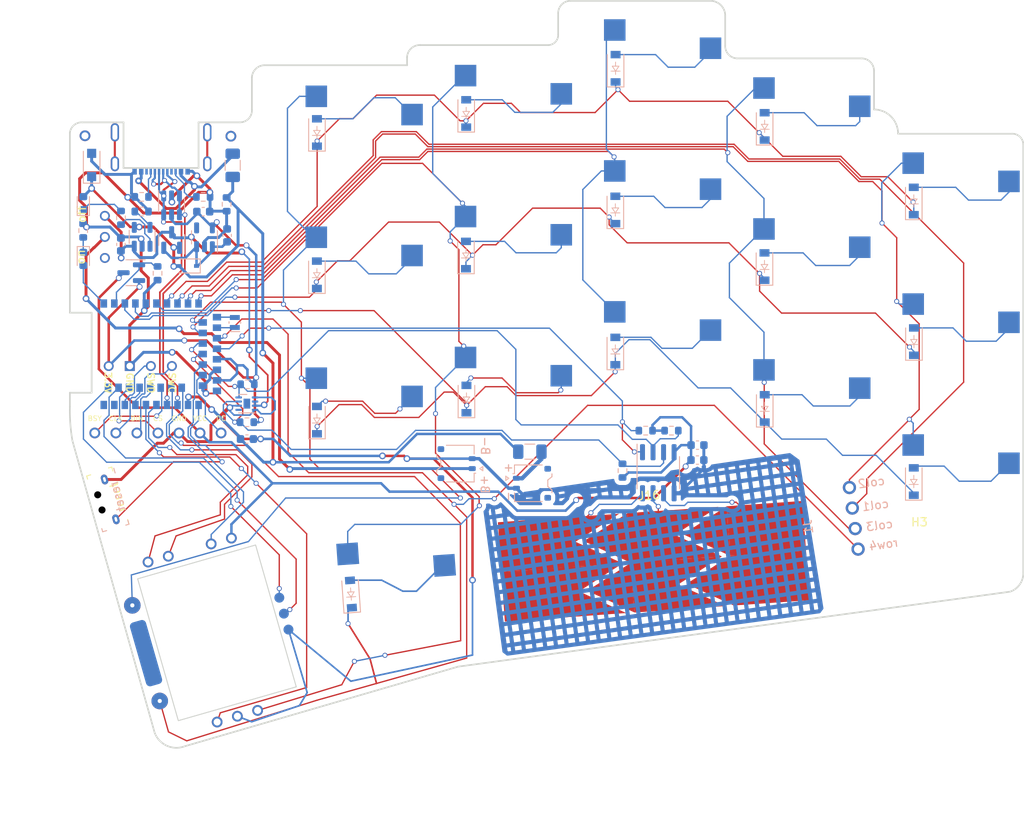
<source format=kicad_pcb>
(kicad_pcb (version 20211014) (generator pcbnew)
  (layers (0 "F.Cu" signal) (31 "B.Cu" signal) (34 "B.Paste" user) (35 "F.Paste" user) (36 "B.SilkS" user "B.Silkscreen") (37 "F.SilkS" user "F.Silkscreen") (38 "B.Mask" user) (39 "F.Mask" user) (44 "Edge.Cuts" user))
  (net 0 "")
  (footprint "Connector_PinHeader_2.54mm:PinHeader_1x04_P2.54mm_Vertical" (layer "F.Cu") (at 97.86086 87.728366 -90)
    (fp_text reference "J11" hide)
    (fp_text value "Conn_01x04_Female")
  )
  (footprint "MountingHole:MountingHole_3.2mm_M3_DIN965" (layer "F.Cu") (at 109.71086 53.598366)
    (fp_text reference "H7" hide)
    (fp_text value "MountingHole")
  )
  (footprint "mylib:Kailh_Choc_Hotplug" (layer "F.Cu") (at 154.555605 53.143829)
    (fp_text reference "SW4" hide)
    (fp_text value "SW_PUSH-kbd" hide)
  )
  (footprint "mylib:Kailh_Choc_Hotplug" (layer "F.Cu") (at 118.555605 78.143829)
    (fp_text reference "SW12" hide)
    (fp_text value "SW_PUSH-kbd" hide)
  )
  (footprint "MountingHole:MountingHole_3.2mm_M3_DIN965" (layer "F.Cu") (at 182.61086 59.648366)
    (fp_text reference "H5" hide)
    (fp_text value "MountingHole")
  )
  (footprint "mylib:Kailh_Choc_Hotplug" (layer "F.Cu") (at 172.555605 77.143829)
    (fp_text reference "SW9" hide)
    (fp_text value "SW_PUSH-kbd" hide)
  )
  (footprint "mylib:Kailh_Choc_Hotplug" (layer "F.Cu") (at 136.555605 92.643829)
    (fp_text reference "SW17" hide)
    (fp_text value "SW_PUSH-kbd" hide)
  )
  (footprint "mylib:Kailh_Choc_Hotplug" (layer "F.Cu") (at 122.75086 116.092366 4)
    (fp_text reference "SW20" hide)
    (fp_text value "SW_PUSH-kbd" hide)
  )
  (footprint "mylib:Kailh_Choc_Hotplug" (layer "F.Cu") (at 154.555605 87.143829)
    (fp_text reference "SW16" hide)
    (fp_text value "SW_PUSH-kbd" hide)
  )
  (footprint "mylib:Panasonic_EVQWGD001_Ref" (layer "F.Cu") (at 102.43086 120.156366 -74)
    (fp_text reference "Ref1" hide)
    (fp_text value "Conn_01x05")
    (fp_rect (start -8.9 -8.3) (end 8.9 6.5) (layer "Edge.Cuts") (width 0.12) (fill none))
  )
  (footprint "mylib:Kailh_Choc_Hotplug" (layer "F.Cu") (at 172.555605 60.143829)
    (fp_text reference "SW3" hide)
    (fp_text value "SW_PUSH-kbd" hide)
  )
  (footprint "mylib:TouchSlider-3_36x12mm" (layer "F.Cu") (at 155.97686 111.270638 4)
    (fp_text reference "J16")
    (fp_text value "Conn_01x03_Male")
  )
  (footprint "mylib:Kailh_Choc_Hotplug" (layer "F.Cu") (at 190.555605 103.204366)
    (fp_text reference "SW14" hide)
    (fp_text value "SW_PUSH-kbd" hide)
  )
  (footprint "mylib:Kailh_Choc_Hotplug" (layer "F.Cu") (at 118.555605 95.143829)
    (fp_text reference "SW18" hide)
    (fp_text value "SW_PUSH-kbd" hide)
  )
  (footprint "mylib:SW_BSI10" (layer "F.Cu") (at 86.47686 72.150366 90)
    (fp_text reference "SW_Bat1" hide)
    (fp_text value "SW_Battery-kbd")
  )
  (footprint "MountingHole:MountingHole_3.2mm_M3_DIN965" (layer "F.Cu") (at 147.67086 99.298366)
    (fp_text reference "H2" hide)
    (fp_text value "MountingHole")
  )
  (footprint "mylib:Kailh_Choc_Hotplug" (layer "F.Cu") (at 190.555605 86.204366)
    (fp_text reference "SW8" hide)
    (fp_text value "SW_PUSH-kbd" hide)
  )
  (footprint "mylib:Kailh_Choc_Hotplug" (layer "F.Cu") (at 154.555605 70.143829)
    (fp_text reference "SW10" hide)
    (fp_text value "SW_PUSH-kbd" hide)
  )
  (footprint "mylib:Kailh_Choc_Hotplug" (layer "F.Cu") (at 136.555605 75.643829)
    (fp_text reference "SW11" hide)
    (fp_text value "SW_PUSH-kbd" hide)
  )
  (footprint "mylib:Kailh_Choc_Hotplug" (layer "F.Cu") (at 136.555605 58.643829)
    (fp_text reference "SW5" hide)
    (fp_text value "SW_PUSH-kbd" hide)
  )
  (footprint "MountingHole:MountingHole_3.2mm_M3_DIN965" (layer "F.Cu") (at 188.02886 113.298366)
    (fp_text reference "H3")
    (fp_text value "MountingHole")
  )
  (footprint "mylib:Kailh_Choc_Hotplug" (layer "F.Cu") (at 172.555605 94.143829)
    (fp_text reference "SW15" hide)
    (fp_text value "SW_PUSH-kbd" hide)
  )
  (footprint "mylib:Conn_Display_MountHole" (layer "F.Cu") (at 96.17686 95.802366)
    (fp_text reference "J9" hide)
    (fp_text value "Conn_Display_general")
  )
  (footprint "mylib:Kailh_Choc_Hotplug" (layer "F.Cu") (at 118.555605 61.143829)
    (fp_text reference "SW6" hide)
    (fp_text value "SW_PUSH-kbd" hide)
  )
  (footprint "MountingHole:MountingHole_3.2mm_M3_DIN965" (layer "F.Cu") (at 145.48086 50.678366)
    (fp_text reference "H6" hide)
    (fp_text value "MountingHole")
  )
  (footprint "MountingHole:MountingHole_3.2mm_M3_DIN965" (layer "F.Cu") (at 99.63686 103.646366)
    (fp_text reference "H1" hide)
    (fp_text value "MountingHole")
  )
  (footprint "mylib:Kailh_Choc_Hotplug" (layer "F.Cu") (at 190.555605 69.204366)
    (fp_text reference "SW2" hide)
    (fp_text value "SW_PUSH-kbd" hide)
  )
  (footprint "mylib:PMW3610-Ref" (layer "B.Cu") (at 99.12886 126.252366 16)
    (fp_text reference "Ref2" hide)
    (fp_text value "Conn_1x07")
  )
  (footprint "mylib:Diode" (layer "B.Cu") (at 169.36086 58.818366 90)
    (fp_text reference "D3" hide)
    (fp_text value "1N4148W" hide)
  )
  (footprint "mylib:Diode" (layer "B.Cu") (at 169.37086 92.838366 90)
    (fp_text reference "D15" hide)
    (fp_text value "1N4148W" hide)
  )
  (footprint "Resistor_SMD:R_0603_1608Metric" (layer "B.Cu") (at 158.11986 95.518366)
    (fp_text reference "R11" hide)
    (fp_text value "10k")
  )
  (footprint "mylib:Diode" (layer "B.Cu") (at 151.35086 68.898366 90)
    (fp_text reference "D10" hide)
    (fp_text value "1N4148W" hide)
  )
  (footprint "mylib:nrfmicro_USB-C_C168688" (layer "B.Cu") (at 96.555603 63.833829 180)
    (fp_text reference "J12" hide)
    (fp_text value "USB-C USB 2.0 MC-372")
  )
  (footprint "Resistor_SMD:R_0603_1608Metric" (layer "B.Cu") (at 91.72086 69.848366 -90)
    (fp_text reference "R6" hide)
    (fp_text value "1K")
  )
  (footprint "mylib:JST_ACH_BM02B-ACHSS-GAN-ETF_1x02-1MP_P1.20mm_Vertical" (layer "B.Cu") (at 141.29286 101.868366 -90)
    (fp_text reference "WirelessCharger1" hide)
    (fp_text value "Conn_01x02_Female" hide)
  )
  (footprint "mylib:SW_Reset_vertical" (layer "B.Cu") (at 88.354349 104.408366 -74)
    (fp_text reference "SW_Reset1" hide)
    (fp_text value "SW_RESET-kbd")
  )
  (footprint "mylib:Diode" (layer "B.Cu") (at 133.39086 91.708366 90)
    (fp_text reference "D17" hide)
    (fp_text value "1N4148W" hide)
  )
  (footprint "LED_SMD:LED_0603_1608Metric" (layer "B.Cu") (at 87.17686 68.086366 90)
    (fp_text reference "D24" hide)
    (fp_text value "RED")
  )
  (footprint "Diode_SMD:D_SOD-323" (layer "B.Cu") (at 99.78086 75.658366 180)
    (fp_text reference "D22" hide)
    (fp_text value "BAT60B")
  )
  (footprint "mylib:Diode" (layer "B.Cu") (at 169.34086 75.728366 90)
    (fp_text reference "D9" hide)
    (fp_text value "1N4148W" hide)
  )
  (footprint "mylib:Diode" (layer "B.Cu") (at 115.35086 76.718366 90)
    (fp_text reference "D12" hide)
    (fp_text value "1N4148W" hide)
  )
  (footprint "mylib:Diode" (layer "B.Cu") (at 119.46086 115.228366 94)
    (fp_text reference "D20" hide)
    (fp_text value "1N4148W" hide)
  )
  (footprint "mylib:Diode" (layer "B.Cu") (at 151.35086 85.918366 90)
    (fp_text reference "D16" hide)
    (fp_text value "1N4148W" hide)
  )
  (footprint "mylib:Diode" (layer "B.Cu") (at 187.37086 84.778903 90)
    (fp_text reference "D8" hide)
    (fp_text value "1N4148W" hide)
  )
  (footprint "Resistor_SMD:R_0603_1608Metric" (layer "B.Cu") (at 152.21486 100.344366 90)
    (fp_text reference "R10" hide)
    (fp_text value "10k")
  )
  (footprint "Resistor_SMD:R_0603_1608Metric" (layer "B.Cu") (at 106.97486 89.930366 180)
    (fp_text reference "R8" hide)
    (fp_text value "5.1k")
  )
  (footprint "Resistor_SMD:R_0603_1608Metric" (layer "B.Cu") (at 87.16286 71.388366 90)
    (fp_text reference "R4" hide)
    (fp_text value "1K")
  )
  (footprint "Package_SO:SOIC-8_3.9x4.9mm_P1.27mm" (layer "B.Cu") (at 156.53286 100.598366 -90)
    (fp_text reference "U8" hide)
    (fp_text value "CAP1203")
  )
  (footprint "Capacitor_SMD:C_0603_1608Metric" (layer "B.Cu") (at 104.52086 71.968366 90)
    (fp_text reference "C2" hide)
    (fp_text value "10u")
  )
  (footprint "Resistor_SMD:R_0603_1608Metric" (layer "B.Cu") (at 94.21086 67.324366 180)
    (fp_text reference "R1" hide)
    (fp_text value "5.1K")
  )
  (footprint "mylib:Diode" (layer "B.Cu") (at 133.33086 74.338366 90)
    (fp_text reference "D11" hide)
    (fp_text value "1N4148W" hide)
  )
  (footprint "mylib:Diode" (layer "B.Cu") (at 187.35086 67.818903 90)
    (fp_text reference "D2" hide)
    (fp_text value "1N4148W" hide)
  )
  (footprint "Package_TO_SOT_SMD:SOT-23" (layer "B.Cu") (at 97.83086 72.528366 90)
    (fp_text reference "Q1" hide)
    (fp_text value "AO3407")
  )
  (footprint "Resistor_SMD:R_0603_1608Metric" (layer "B.Cu") (at 94.21086 69.088366)
    (fp_text reference "R7" hide)
    (fp_text value "5K")
  )
  (footprint "mylib:Diode" (layer "B.Cu") (at 115.35686 94.248366 90)
    (fp_text reference "D18" hide)
    (fp_text value "1N4148W" hide)
  )
  (footprint "Capacitor_SMD:C_0603_1608Metric" (layer "B.Cu") (at 106.91286 96.534366)
    (fp_text reference "C1" hide)
    (fp_text value "4.7u")
  )
  (footprint "Resistor_SMD:R_0603_1608Metric" (layer "B.Cu") (at 106.91186 94.502366 180)
    (fp_text reference "R9" hide)
    (fp_text value "5.1k")
  )
  (footprint "mylib:SRV05-4" (layer "B.Cu") (at 97.82086 68.340366 -90)
    (fp_text reference "U2" hide)
    (fp_text value "SRV05-4")
  )
  (footprint "mylib:JST_ACH_BM02B-ACHSS-GAN-ETF_1x02-1MP_P1.20mm_Vertical" (layer "B.Cu") (at 132.21086 99.498366 90)
    (fp_text reference "Bat_main1" hide)
    (fp_text value "Conn_Battery_solderable")
  )
  (footprint "Fuse:Fuse_1206_3216Metric" (layer "B.Cu") (at 105.19686 63.514366 90)
    (fp_text reference "F1" hide)
    (fp_text value "500mA")
  )
  (footprint "Capacitor_SMD:C_0603_1608Metric" (layer "B.Cu") (at 101.64086 69.102366)
    (fp_text reference "C3" hide)
    (fp_text value "4.7u")
  )
  (footprint "mylib:MAX17048-TDFN-8-1EP_2x2mm_P0.5mm_EP0.8x1.2mm" (layer "B.Cu") (at 106.90286 92.262366 180)
    (fp_text reference "U4" hide)
    (fp_text value "MAX17048")
  )
  (footprint "Resistor_SMD:R_0603_1608Metric" (layer "B.Cu") (at 96.13086 76.538366 -90)
    (fp_text reference "R5" hide)
    (fp_text value "2M")
  )
  (footprint "Diode_SMD:D_SOD-123F" (layer "B.Cu") (at 88.18086 63.470866 90)
    (fp_text reference "D25" hide)
    (fp_text value "SMF9.0CA")
  )
  (footprint "mylib:Diode" (layer "B.Cu") (at 187.35086 101.658903 90)
    (fp_text reference "D14" hide)
    (fp_text value "1N4148W" hide)
  )
  (footprint "LED_SMD:LED_0603_1608Metric" (layer "B.Cu") (at 87.17686 74.802366 -90)
    (fp_text reference "D23" hide)
    (fp_text value "BLUE")
  )
  (footprint "Package_TO_SOT_SMD:SOT-23-5" (layer "B.Cu") (at 101.79086 72.198366 90)
    (fp_text reference "U3" hide)
    (fp_text value "XC6220B331MR-G")
  )
  (footprint "mylib:Magnetic-PogoPin-1x04-Female" (layer "B.Cu") (at 180.11086 106.096201 -82)
    (fp_text reference "J1")
    (fp_text value "expantion1")
  )
  (footprint "Crystal:Crystal_SMD_MicroCrystal_CM9V-T1A-2Pin_1.6x1.0mm" (layer "B.Cu") (at 105.45086 82.472366 90)
    (fp_text reference "X1" hide)
    (fp_text value "32.768 kHz")
  )
  (footprint "mylib:Diode" (layer "B.Cu") (at 133.36086 57.258366 90)
    (fp_text reference "D5" hide)
    (fp_text value "1N4148W" hide)
  )
  (footprint "Capacitor_SMD:C_0603_1608Metric" (layer "B.Cu") (at 91.71086 73.058366 90)
    (fp_text reference "C4" hide)
    (fp_text value "0.1u")
  )
  (footprint "mylib:Diode" (layer "B.Cu") (at 151.38086 51.808366 90)
    (fp_text reference "D4" hide)
    (fp_text value "1N4148W" hide)
  )
  (footprint "mylib:E73-2G4M08S1C-52840" (layer "B.Cu") (at 103.67686 86.302366 180)
    (fp_text reference "U1" hide)
    (fp_text value "E73-2G4M08S1C" hide)
  )
  (footprint "Fuse:Fuse_1206_3216Metric" (layer "B.Cu") (at 141.03886 98.058366)
    (fp_text reference "F2" hide)
    (fp_text value "500mA")
  )
  (footprint "mylib:Diode" (layer "B.Cu") (at 115.35686 59.554366 90)
    (fp_text reference "D6" hide)
    (fp_text value "1N4148W" hide)
  )
  (footprint "Capacitor_SMD:C_0603_1608Metric" (layer "B.Cu") (at 161.26086 97.268366)
    (fp_text reference "C15" hide)
    (fp_text value "1uF")
  )
  (footprint "Capacitor_SMD:C_0603_1608Metric" (layer "B.Cu") (at 161.25086 99.068366)
    (fp_text reference "C14" hide)
    (fp_text value "0.1uF")
  )
  (footprint "Resistor_SMD:R_0603_1608Metric" (layer "B.Cu") (at 155.00886 95.518366 180)
    (fp_text reference "R12" hide)
    (fp_text value "10k")
  )
  (footprint "Resistor_SMD:R_0603_1608Metric" (layer "B.Cu") (at 104.46086 68.218366 -90)
    (fp_text reference "R3" hide)
    (fp_text value "100K")
  )
  (footprint "Package_TO_SOT_SMD:SOT-23" (layer "B.Cu") (at 92.96086 76.468366 180)
    (fp_text reference "Q2" hide)
    (fp_text value "AO3407")
  )
  (footprint "Package_TO_SOT_SMD:SOT-23-5" (layer "B.Cu") (at 94.27086 72.138366 90)
    (fp_text reference "U5" hide)
    (fp_text value "TP4054")
  )
  (footprint "Resistor_SMD:R_0603_1608Metric" (layer "B.Cu") (at 101.64086 67.324366 180)
    (fp_text reference "R2" hide)
    (fp_text value "5.1K")
  )
  (gr_line (start 126.227361 51.443829) (end 126.227361 50.46875) (layer "Edge.Cuts") (width 0.2))
  (gr_arc (start 144.455798 45.153416) (mid 144.899297 44.103032) (end 145.955603 43.673829) (layer "Edge.Cuts") (width 0.2))
  (gr_arc (start 182.555603 56.779366) (mid 184.61139 57.641256) (end 185.455603 59.704366) (layer "Edge.Cuts") (width 0.2))
  (gr_line (start 185.455603 59.704366) (end 199.205603 59.704366) (layer "Edge.Cuts") (width 0.2))
  (gr_line (start 92.025603 58.336329) (end 87.055603 58.333829) (layer "Edge.Cuts") (width 0.2))
  (gr_arc (start 85.86086 96.738366) (mid 85.610498 94.682597) (end 85.555603 92.612366) (layer "Edge.Cuts") (width 0.2))
  (gr_line (start 85.555603 90.946366) (end 85.555603 92.612366) (layer "Edge.Cuts") (width 0.2))
  (gr_arc (start 107.51086 56.780366) (mid 107.12502 57.877279) (end 106.055603 58.333829) (layer "Edge.Cuts") (width 0.2))
  (gr_line (start 85.86086 96.738366) (end 95.78086 131.958366) (layer "Edge.Cuts") (width 0.2))
  (gr_line (start 107.51086 56.780366) (end 107.51086 52.912366) (layer "Edge.Cuts") (width 0.2))
  (gr_arc (start 200.555603 112.598898) (mid 200.152 114.046) (end 198.95086 114.948366) (layer "Edge.Cuts") (width 0.2))
  (gr_arc (start 162.910603 43.673829) (mid 164.115665 44.233687) (end 164.605603 45.468829) (layer "Edge.Cuts") (width 0.2))
  (gr_line (start 106.055603 58.333829) (end 101.075603 58.336329) (layer "Edge.Cuts") (width 0.2))
  (gr_line (start 85.555603 81.294366) (end 88.17886 81.294366) (layer "Edge.Cuts") (width 0.2))
  (gr_line (start 182.555603 52.118829) (end 182.555603 56.779366) (layer "Edge.Cuts") (width 0.2))
  (gr_line (start 88.17886 81.294366) (end 88.17886 90.946366) (layer "Edge.Cuts") (width 0.2))
  (gr_line (start 166.005603 50.618829) (end 181.055603 50.618829) (layer "Edge.Cuts") (width 0.2))
  (gr_arc (start 126.227361 50.46875) (mid 126.729983 49.407427) (end 127.835859 49.012366) (layer "Edge.Cuts") (width 0.2))
  (gr_arc (start 99.39086 133.598366) (mid 97.246205 133.526021) (end 95.78086 131.958366) (layer "Edge.Cuts") (width 0.2))
  (gr_line (start 92.025603 58.336329) (end 92.025603 63.833829) (layer "Edge.Cuts") (width 0.2))
  (gr_line (start 101.075603 63.833829) (end 101.075603 58.336329) (layer "Edge.Cuts") (width 0.2))
  (gr_line (start 145.955603 43.673829) (end 162.910603 43.673829) (layer "Edge.Cuts") (width 0.2))
  (gr_line (start 132.38086 123.988366) (end 99.39086 133.598366) (layer "Edge.Cuts") (width 0.2))
  (gr_arc (start 181.055603 50.618829) (mid 182.116263 51.058169) (end 182.555603 52.118829) (layer "Edge.Cuts") (width 0.2))
  (gr_line (start 164.605603 45.468829) (end 164.605603 49.038366) (layer "Edge.Cuts") (width 0.2))
  (gr_line (start 92.025603 63.833829) (end 101.075603 63.833829) (layer "Edge.Cuts") (width 0.2))
  (gr_arc (start 144.455603 47.712366) (mid 144.149842 48.600539) (end 143.305603 49.012366) (layer "Edge.Cuts") (width 0.2))
  (gr_arc (start 107.51086 52.912366) (mid 107.961198 51.895923) (end 108.97686 51.443829) (layer "Edge.Cuts") (width 0.2))
  (gr_arc (start 85.555603 59.583829) (mid 86.058778 58.662639) (end 87.055603 58.333829) (layer "Edge.Cuts") (width 0.2))
  (gr_line (start 127.835859 49.012366) (end 143.305603 49.012366) (layer "Edge.Cuts") (width 0.2))
  (gr_line (start 85.555603 81.294366) (end 85.555603 59.583829) (layer "Edge.Cuts") (width 0.2))
  (gr_arc (start 199.205603 59.704366) (mid 200.144665 60.062271) (end 200.555603 60.979366) (layer "Edge.Cuts") (width 0.2))
  (gr_arc (start 166.005603 50.618829) (mid 164.978279 50.118547) (end 164.605603 49.038366) (layer "Edge.Cuts") (width 0.2))
  (gr_line (start 200.555603 60.979366) (end 200.555603 112.598898) (layer "Edge.Cuts") (width 0.2))
  (gr_line (start 144.455603 47.712366) (end 144.455603 45.153429) (layer "Edge.Cuts") (width 0.2))
  (gr_line (start 132.38086 123.988366) (end 198.95086 114.948366) (layer "Edge.Cuts") (width 0.2))
  (gr_line (start 88.17886 90.946366) (end 85.555603 90.946366) (layer "Edge.Cuts") (width 0.2))
  (gr_line (start 108.97686 51.443829) (end 126.227361 51.443829) (layer "Edge.Cuts") (width 0.2))
  (segment (start 111.875184 83.88069) (end 111.875184 98.10469) (width 0.16) (layer "F.Cu") (net 0))
  (segment (start 103.70086 129.554366) (end 114.11486 126.506366) (width 0.16) (layer "F.Cu") (net 0))
  (segment (start 100.29486 78.068366) (end 102.35486 78.068366) (width 0.16) (layer "F.Cu") (net 0))
  (segment (start 183.52086 70.480903) (end 185.29086 72.250903) (width 0.16) (layer "F.Cu") (net 0))
  (segment (start 98.08486 73.420366) (end 95.61486 70.950366) (width 0.35) (layer "F.Cu") (net 0))
  (segment (start 108.201657 129.2684) (end 118.35086 126.168366) (width 0.16) (layer "F.Cu") (net 0))
  (segment (start 109.32886 84.890366) (end 110.84086 86.402366) (width 0.35) (layer "F.Cu") (net 0))
  (segment (start 114.51086 90.218366) (end 114.51086 98.962366) (width 0.16) (layer "F.Cu") (net 0))
  (segment (start 96.85286 70.350366) (end 99.023349 70.350366) (width 0.2) (layer "F.Cu") (net 0))
  (segment (start 153.65086 98.078366) (end 152.20086 96.628366) (width 0.16) (layer "F.Cu") (net 0))
  (segment (start 96.84086 97.038366) (end 96.10086 97.038366) (width 0.35) (layer "F.Cu") (net 0))
  (segment (start 105.575349 98.408855) (end 107.00286 99.836366) (width 0.16) (layer "F.Cu") (net 0))
  (segment (start 98.71686 95.802366) (end 99.756349 96.841855) (width 0.35) (layer "F.Cu") (net 0))
  (segment (start 87.50286 74.390366) (end 87.50286 79.590366) (width 0.35) (layer "F.Cu") (net 0))
  (segment (start 101.38686 79.262366) (end 102.61686 79.262366) (width 0.16) (layer "F.Cu") (net 0))
  (segment (start 133.33086 58.148366) (end 135.44086 56.038366) (width 0.16) (layer "F.Cu") (net 0))
  (segment (start 112.84486 116.346366) (end 112.08286 117.108366) (width 0.16) (layer "F.Cu") (net 0))
  (segment (start 148.46086 91.288366) (end 139.36086 91.288366) (width 0.16) (layer "F.Cu") (net 0))
  (segment (start 134.92086 103.488366) (end 134.92086 104.548366) (width 0.16) (layer "F.Cu") (net 0))
  (segment (start 139.36086 91.288366) (end 138.29086 90.218366) (width 0.16) (layer "F.Cu") (net 0))
  (segment (start 148.00886 92.470366) (end 136.75086 103.728366) (width 0.16) (layer "F.Cu") (net 0))
  (segment (start 183.23838 65.182423) (end 193.36286 75.306903) (width 0.16) (layer "F.Cu") (net 0))
  (segment (start 181.01486 64.892903) (end 184.21886 64.892903) (width 0.16) (layer "F.Cu") (net 0))
  (segment (start 171.40086 81.338366) (end 182.730323 81.338366) (width 0.16) (layer "F.Cu") (net 0))
  (segment (start 96.35086 98.188366) (end 96.86086 98.698366) (width 0.16) (layer "F.Cu") (net 0))
  (segment (start 97.83086 79.262366) (end 99.57486 77.518366) (width 0.16) (layer "F.Cu") (net 0))
  (segment (start 152.78086 72.868366) (end 150.60086 70.688366) (width 0.16) (layer "F.Cu") (net 0))
  (segment (start 104.20886 94.524366) (end 106.20286 96.518366) (width 0.3) (layer "F.Cu") (net 0))
  (segment (start 150.60086 69.758366) (end 149.52086 68.678366) (width 0.16) (layer "F.Cu") (net 0))
  (segment (start 105.76686 97.838366) (end 107.51086 99.582366) (width 0.16) (layer "F.Cu") (net 0))
  (segment (start 104.95686 76.214366) (end 108.78086 76.214366) (width 0.16) (layer "F.Cu") (net 0))
  (segment (start 87.55986 68.577366) (end 86.73286 67.750366) (width 0.35) (layer "F.Cu") (net 0))
  (segment (start 90.24086 81.892366) (end 90.24086 87.728366) (width 0.3) (layer "F.Cu") (net 0))
  (segment (start 144.77086 90.628366) (end 144.45086 90.948366) (width 0.16) (layer "F.Cu") (net 0))
  (segment (start 96.86086 98.698366) (end 104.84886 98.698366) (width 0.16) (layer "F.Cu") (net 0))
  (segment (start 122.97486 62.528366) (end 109.04486 76.458366) (width 0.16) (layer "F.Cu") (net 0))
  (segment (start 113.48086 82.438366) (end 111.32086 80.278366) (width 0.16) (layer "F.Cu") (net 0))
  (segment (start 96.394591 128.129035) (end 97.45086 131.858366) (width 0.16) (layer "F.Cu") (net 0))
  (segment (start 131.43086 72.638366) (end 132.48086 73.688366) (width 0.16) (layer "F.Cu") (net 0))
  (segment (start 148.91086 57.148366) (end 151.67086 54.388366) (width 0.16) (layer "F.Cu") (net 0))
  (segment (start 98.338359 68.724867) (end 97.177361 68.724867) (width 0.35) (layer "F.Cu") (net 0))
  (segment (start 91.74286 71.576366) (end 91.74286 74.690366) (width 0.35) (layer "F.Cu") (net 0))
  (segment (start 91.48086 94.339866) (end 94.71436 94.339866) (width 0.16) (layer "F.Cu") (net 0))
  (segment (start 108.60086 94.218366) (end 107.87286 93.490366) (width 0.3) (layer "F.Cu") (net 0))
  (segment (start 180.853824 65.182423) (end 183.23838 65.182423) (width 0.16) (layer "F.Cu") (net 0))
  (segment (start 100.27086 97.838366) (end 105.76686 97.838366) (width 0.16) (layer "F.Cu") (net 0))
  (segment (start 122.43086 62.564366) (end 122.43086 60.588366) (width 0.16) (layer "F.Cu") (net 0))
  (segment (start 99.65086 132.938366) (end 115.391102 128.028608) (width 0.16) (layer "F.Cu") (net 0))
  (segment (start 99.42286 69.490366) (end 99.422859 76.376803) (width 0.2) (layer "F.Cu") (net 0))
  (segment (start 168.75086 76.548366) (end 168.75086 78.688366) (width 0.16) (layer "F.Cu") (net 0))
  (segment (start 89.05286 79.510366) (end 91.45286 77.110366) (width 0.3) (layer "F.Cu") (net 0))
  (segment (start 183.52086 66.598903) (end 183.52086 70.480903) (width 0.16) (layer "F.Cu") (net 0))
  (segment (start 103.92086 99.278366) (end 98.050689 99.278366) (width 0.16) (layer "F.Cu") (net 0))
  (segment (start 102.37286 81.040366) (end 109.54286 81.040366) (width 0.16) (layer "F.Cu") (net 0))
  (segment (start 104.20886 104.408366) (end 104.20886 106.186366) (width 0.16) (layer "F.Cu") (net 0))
  (segment (start 104.47286 75.188366) (end 108.66386 75.188366) (width 0.16) (layer "F.Cu") (net 0))
  (segment (start 171.55086 62.428366) (end 178.550323 62.428366) (width 0.16) (layer "F.Cu") (net 0))
  (segment (start 158.520458 110.982916) (end 156.333432 113.169942) (width 0.16) (layer "F.Cu") (net 0))
  (segment (start 95.82686 108.218366) (end 94.985614 111.367796) (width 0.16) (layer "F.Cu") (net 0))
  (segment (start 110.05086 82.056366) (end 111.875184 83.88069) (width 0.16) (layer "F.Cu") (net 0))
  (segment (start 98.71686 95.802366) (end 98.07686 95.802366) (width 0.35) (layer "F.Cu") (net 0))
  (segment (start 193.36286 89.676366) (end 181.67886 101.360366) (width 0.16) (layer "F.Cu") (net 0))
  (segment (start 119.72086 57.878366) (end 118.09086 57.878366) (width 0.16) (layer "F.Cu") (net 0))
  (segment (start 100.58086 66.048366) (end 100.58086 66.482366) (width 0.35) (layer "F.Cu") (net 0))
  (segment (start 98.36686 108.218366) (end 97.427219 110.667677) (width 0.16) (layer "F.Cu") (net 0))
  (segment (start 88.47686 73.450366) (end 88.44286 73.450366) (width 0.35) (layer "F.Cu") (net 0))
  (segment (start 110.727717 101.058366) (end 127.13086 101.058366) (width 0.16) (layer "F.Cu") (net 0))
  (segment (start 126.21086 98.898366) (end 129.42086 98.898366) (width 0.3) (layer "F.Cu") (net 0))
  (segment (start 104.20886 106.186366) (end 98.36686 108.218366) (width 0.16) (layer "F.Cu") (net 0))
  (segment (start 102.44286 66.348366) (end 102.44286 66.770366) (width 0.35) (layer "F.Cu") (net 0))
  (segment (start 129.52486 55.048366) (end 122.55086 55.048366) (width 0.16) (layer "F.Cu") (net 0))
  (segment (start 108.76086 76.722366) (end 109.03486 76.448366) (width 0.16) (layer "F.Cu") (net 0))
  (segment (start 101.96286 89.640366) (end 98.39286 86.070366) (width 0.35) (layer "F.Cu") (net 0))
  (segment (start 134.12086 103.598366) (end 134.12086 113.548366) (width 0.3) (layer "F.Cu") (net 0))
  (segment (start 134.92086 103.488366) (end 129.66086 98.228366) (width 0.16) (layer "F.Cu") (net 0))
  (segment (start 184.21886 64.892903) (end 187.26686 67.940903) (width 0.16) (layer "F.Cu") (net 0))
  (segment (start 105.15686 76.722366) (end 108.76086 76.722366) (width 0.16) (layer "F.Cu") (net 0))
  (segment (start 101.13286 91.454366) (end 102.65686 92.978366) (width 0.35) (layer "F.Cu") (net 0))
  (segment (start 99.023349 70.350366) (end 99.023349 76.211319) (width 0.2) (layer "F.Cu") (net 0))
  (segment (start 102.66286 83.820366) (end 103.73286 84.890366) (width 0.35) (layer "F.Cu") (net 0))
  (segment (start 186.81086 94.196366) (end 179.588961 101.418265) (width 0.16) (layer "F.Cu") (net 0))
  (segment (start 106.20286 96.518366) (end 108.56086 96.518366) (width 0.3) (layer "F.Cu") (net 0))
  (segment (start 122.291359 93.928865) (end 120.74086 92.378366) (width 0.16) (layer "F.Cu") (net 0))
  (segment (start 97.60486 97.550366) (end 98.463349 98.408855) (width 0.16) (layer "F.Cu") (net 0))
  (segment (start 129.10086 100.090366) (end 132.65686 103.646366) (width 0.16) (layer "F.Cu") (net 0))
  (segment (start 107.51086 99.582366) (end 107.51086 101.106366) (width 0.16) (layer "F.Cu") (net 0))
  (segment (start 130.12086 70.358366) (end 134.12086 74.358366) (width 0.16) (layer "F.Cu") (net 0))
  (segment (start 132.91086 68.086366) (end 128.10286 63.278366) (width 0.16) (layer "F.Cu") (net 0))
  (segment (start 96.41335 78.821318) (end 96.41335 88.610856) (width 0.2) (layer "F.Cu") (net 0))
  (segment (start 102.35486 78.068366) (end 104.71686 75.706366) (width 0.16) (layer "F.Cu") (net 0))
  (segment (start 169.31086 89.698366) (end 169.31086 97.120366) (width 0.16) (layer "F.Cu") (net 0))
  (segment (start 185.29086 72.250903) (end 185.29086 79.928903) (width 0.16) (layer "F.Cu") (net 0))
  (segment (start 104.20886 93.384366) (end 104.20886 94.524366) (width 0.3) (layer "F.Cu") (net 0))
  (segment (start 107.51086 101.106366) (end 104.20886 104.408366) (width 0.16) (layer "F.Cu") (net 0))
  (segment (start 105.592268 73.168004) (end 106.846905 73.168004) (width 0.3) (layer "F.Cu") (net 0))
  (segment (start 156.02486 103.646366) (end 159.83486 99.836366) (width 0.3) (layer "F.Cu") (net 0))
  (segment (start 127.640361 93.928865) (end 122.291359 93.928865) (width 0.16) (layer "F.Cu") (net 0))
  (segment (start 106.40286 93.540366) (end 106.40286 92.870366) (width 0.16) (layer "F.Cu") (net 0))
  (segment (start 99.86286 91.454366) (end 101.13286 91.454366) (width 0.35) (layer "F.Cu") (net 0))
  (segment (start 164.4779 61.553406) (end 128.620376 61.553406) (width 0.16) (layer "F.Cu") (net 0))
  (segment (start 95.01286 77.090366) (end 95.01286 80.556364) (width 0.35) (layer "F.Cu") (net 0))
  (segment (start 99.756349 96.841855) (end 102.349371 96.841855) (width 0.35) (layer "F.Cu") (net 0))
  (segment (start 107.00286 99.836366) (end 107.00286 100.852366) (width 0.16) (layer "F.Cu") (net 0))
  (segment (start 96.41335 88.610856) (end 97.28286 89.480366) (width 0.2) (layer "F.Cu") (net 0))
  (segment (start 103.27286 70.848596) (end 105.592268 73.168004) (width 0.3) (layer "F.Cu") (net 0))
  (segment (start 111.875184 98.10469) (end 114.36886 100.598366) (width 0.16) (layer "F.Cu") (net 0))
  (segment (start 98.08486 75.706366) (end 98.08486 73.420366) (width 0.35) (layer "F.Cu") (net 0))
  (segment (start 168.70086 59.578366) (end 171.55086 62.428366) (width 0.16) (layer "F.Cu") (net 0))
  (segment (start 110.05086 87.378366) (end 110.05086 99.328366) (width 0.35) (layer "F.Cu") (net 0))
  (segment (start 105.61736 77.300366) (end 108.71086 77.300366) (width 0.16) (layer "F.Cu") (net 0))
  (segment (start 102.135371 74.092877) (end 106.143314 74.092877) (width 0.35) (layer "F.Cu") (net 0))
  (segment (start 168.75086 76.548366) (end 168.73086 76.548366) (width 0.16) (layer "F.Cu") (net 0))
  (segment (start 122.55086 55.048366) (end 119.72086 57.878366) (width 0.16) (layer "F.Cu") (net 0))
  (segment (start 94.436872 69.274378) (end 92.53286 67.370366) (width 0.35) (layer "F.Cu") (net 0))
  (segment (start 127.645416 62.528366) (end 122.97486 62.528366) (width 0.16) (layer "F.Cu") (net 0))
  (segment (start 112.84486 111.012366) (end 112.84486 116.346366) (width 0.16) (layer "F.Cu") (net 0))
  (segment (start 182.3939 65.471943) (end 183.52086 66.598903) (width 0.16) (layer "F.Cu") (net 0))
  (segment (start 167.45486 62.752366) (end 178.423767 62.752366) (width 0.16) (layer "F.Cu") (net 0))
  (segment (start 90.57886 93.780366) (end 88.55686 95.802366) (width 0.16) (layer "F.Cu") (net 0))
  (segment (start 95.01286 80.556364) (end 94.528858 81.040366) (width 0.35) (layer "F.Cu") (net 0))
  (segment (start 106.29686 82.056366) (end 110.05086 82.056366) (width 0.16) (layer "F.Cu") (net 0))
  (segment (start 133.33086 58.148366) (end 132.62486 58.148366) (width 0.16) (layer "F.Cu") (net 0))
  (segment (start 103.73286 84.890366) (end 109.32886 84.890366) (width 0.35) (layer "F.Cu") (net 0))
  (segment (start 100.48886 64.784366) (end 97.86286 67.410366) (width 0.35) (layer "F.Cu") (net 0))
  (segment (start 86.73286 67.750366) (end 86.73286 65.130366) (width 0.35) (layer "F.Cu") (net 0))
  (segment (start 102.57086 96.620366) (end 102.57086 94.842366) (width 0.35) (layer "F.Cu") (net 0))
  (segment (start 151.33086 88.418366) (end 148.46086 91.288366) (width 0.16) (layer "F.Cu") (net 0))
  (segment (start 99.023349 76.211319) (end 96.41335 78.821318) (width 0.2) (layer "F.Cu") (net 0))
  (segment (start 156.53286 106.80945) (end 156.53286 104.662366) (width 0.16) (layer "F.Cu") (net 0))
  (segment (start 102.44286 66.770366) (end 101.08286 66.770366) (width 0.35) (layer "F.Cu") (net 0))
  (segment (start 169.567226 107.312981) (end 169.567226 112.879827) (width 0.16) (layer "F.Cu") (net 0))
  (segment (start 123.25886 98.566366) (end 125.87886 98.566366) (width 0.3) (layer "F.Cu") (net 0))
  (segment (start 94.15286 76.230366) (end 95.01286 77.090366) (width 0.35) (layer "F.Cu") (net 0))
  (segment (start 98.39286 86.070366) (end 97.89286 86.070366) (width 0.35) (layer "F.Cu") (net 0))
  (segment (start 95.99286 93.780366) (end 90.57886 93.780366) (width 0.16) (layer "F.Cu") (net 0))
  (segment (start 103.70086 104.154366) (end 103.70086 105.678366) (width 0.16) (layer "F.Cu") (net 0))
  (segment (start 92.78086 82.788366) (end 92.78086 87.728366) (width 0.35) (layer "F.Cu") (net 0))
  (segment (start 127.21238 59.739886) (end 128.73638 61.263886) (width 0.16) (layer "F.Cu") (net 0))
  (segment (start 181.67886 103.1164) (end 179.936894 104.858366) (width 0.16) (layer "F.Cu") (net 0))
  (segment (start 152.20086 96.628366) (end 152.20086 94.458366) (width 0.16) (layer "F.Cu") (net 0))
  (segment (start 104.67686 90.184366) (end 100.24286 85.750366) (width 0.16) (layer "F.Cu") (net 0))
  (segment (start 97.86286 67.410366) (end 97.86286 67.950366) (width 0.35) (layer "F.Cu") (net 0))
  (segment (start 144.45086 90.948366) (end 139.46086 90.948366) (width 0.16) (layer "F.Cu") (net 0))
  (segment (start 193.36286 75.306903) (end 193.36286 89.676366) (width 0.16) (layer "F.Cu") (net 0))
  (segment (start 163.293419 92.470366) (end 148.00886 92.470366) (width 0.16) (layer "F.Cu") (net 0))
  (segment (start 114.51086 98.962366) (end 115.63886 100.090366) (width 0.16) (layer "F.Cu") (net 0))
  (segment (start 102.55286 78.618366) (end 104.95686 76.214366) (width 0.16) (layer "F.Cu") (net 0))
  (segment (start 111.06686 80.024366) (end 111.32086 80.278366) (width 0.16) (layer "F.Cu") (net 0))
  (segment (start 118.35086 126.168366) (end 119.87086 123.348366) (width 0.16) (layer "F.Cu") (net 0))
  (segment (start 102.03286 84.650366) (end 106.49086 89.108366) (width 0.3) (layer "F.Cu") (net 0))
  (segment (start 150.54342 61.842926) (end 151.19886 62.498366) (width 0.16) (layer "F.Cu") (net 0))
  (segment (start 132.48086 73.688366) (end 132.48086 84.747866) (width 0.16) (layer "F.Cu") (net 0))
  (segment (start 125.37086 92.898366) (end 124.84086 93.428366) (width 0.16) (layer "F.Cu") (net 0))
  (segment (start 104.97086 104.662366) (end 110.81286 110.504366) (width 0.16) (layer "F.Cu") (net 0))
  (segment (start 94.71436 94.339866) (end 96.17686 95.802366) (width 0.16) (layer "F.Cu") (net 0))
  (segment (start 131.81686 90.868366) (end 130.70086 90.868366) (width 0.16) (layer "F.Cu") (net 0))
  (segment (start 128.10286 63.278366) (end 123.18086 63.278366) (width 0.16) (layer "F.Cu") (net 0))
  (segment (start 130.70086 90.868366) (end 127.640361 93.928865) (width 0.16) (layer "F.Cu") (net 0))
  (segment (start 113.48086 89.188366) (end 113.48086 82.438366) (width 0.16) (layer "F.Cu") (net 0))
  (segment (start 105.45086 90.184366) (end 104.67686 90.184366) (width 0.16) (layer "F.Cu") (net 0))
  (segment (start 164.91086 55.788366) (end 153.07086 55.788366) (width 0.16) (layer "F.Cu") (net 0))
  (segment (start 115.28086 77.588366) (end 115.28086 78.588366) (width 0.16) (layer "F.Cu") (net 0))
  (segment (start 102.125903 59.533829) (end 102.125903 63.333529) (width 0.25) (layer "F.Cu") (net 0))
  (segment (start 179.52453 107.334036) (end 180.284826 107.334036) (width 0.16) (layer "F.Cu") (net 0))
  (segment (start 153.07086 55.788366) (end 151.67086 54.388366) (width 0.16) (layer "F.Cu") (net 0))
  (segment (start 106.143314 74.092877) (end 106.295325 73.940866) (width 0.35) (layer "F.Cu") (net 0))
  (segment (start 102.349371 96.841855) (end 102.57086 96.620366) (width 0.35) (layer "F.Cu") (net 0))
  (segment (start 87.55986 70.960366) (end 87.55986 68.577366) (width 0.35) (layer "F.Cu") (net 0))
  (segment (start 89.77686 72.150366) (end 88.47686 73.450366) (width 0.35) (layer "F.Cu") (net 0))
  (segment (start 101.96286 91.030366) (end 101.96286 89.640366) (width 0.35) (layer "F.Cu") (net 0))
  (segment (start 138.29086 90.218366) (end 135.67086 90.218366) (width 0.16) (layer "F.Cu") (net 0))
  (segment (start 100.58086 66.482366) (end 98.338359 68.724867) (width 0.35) (layer "F.Cu") (net 0))
  (segment (start 90.975303 59.533829) (end 90.975303 63.333829) (width 0.25) (layer "F.Cu") (net 0))
  (segment (start 101.08286 66.770366) (end 98.578848 69.274378) (width 0.35) (layer "F.Cu") (net 0))
  (segment (start 106.49086 89.108366) (end 108.03086 89.108366) (width 0.3) (layer "F.Cu") (net 0))
  (segment (start 185.29086 79.928903) (end 188.00086 82.638903) (width 0.16) (layer "F.Cu") (net 0))
  (segment (start 141.37086 68.678366) (end 136.95086 73.098366) (width 0.16) (layer "F.Cu") (net 0))
  (segment (start 178.303843 63.041886) (end 180.7339 65.471943) (width 0.16) (layer "F.Cu") (net 0))
  (segment (start 97.177361 68.724867) (end 93.84086 65.388366) (width 0.35) (layer "F.Cu") (net 0))
  (segment (start 100.87886 64.784366) (end 100.48886 64.784366) (width 0.35) (layer "F.Cu") (net 0))
  (segment (start 93.96286 78.170366) (end 90.24086 81.892366) (width 0.3) (layer "F.Cu") (net 0))
  (segment (start 98.971899 97.011293) (end 99.256972 97.296366) (width 0.16) (layer "F.Cu") (net 0))
  (segment (start 168.75086 78.688366) (end 171.40086 81.338366) (width 0.16) (layer "F.Cu") (net 0))
  (segment (start 122.14134 62.345886) (end 122.14134 60.447886) (width 0.16) (layer "F.Cu") (net 0))
  (segment (start 91.726635 101.412591) (end 89.731968 101.412591) (width 0.35) (layer "F.Cu") (net 0))
  (segment (start 96.54086 65.778366) (end 96.97086 65.348366) (width 0.25) (layer "F.Cu") (net 0))
  (segment (start 100.35286 82.200366) (end 102.52886 80.024366) (width 0.16) (layer "F.Cu") (net 0))
  (segment (start 128.7403 61.842926) (end 150.54342 61.842926) (width 0.16) (layer "F.Cu") (net 0))
  (segment (start 105.44286 94.500366) (end 106.40286 93.540366) (width 0.16) (layer "F.Cu") (net 0))
  (segment (start 182.730323 81.338366) (end 186.83086 85.438903) (width 0.16) (layer "F.Cu") (net 0))
  (segment (start 115.28086 77.588366) (end 117.83086 75.038366) (width 0.16) (layer "F.Cu") (net 0))
  (segment (start 108.78086 75.706366) (end 122.14134 62.345886) (width 0.16) (layer "F.Cu") (net 0))
  (segment (start 123.18286 62.828366) (end 127.75486 62.828366) (width 0.16) (layer "F.Cu") (net 0))
  (segment (start 99.422859 76.376803) (end 96.812861 78.986801) (width 0.2) (layer "F.Cu") (net 0))
  (segment (start 107.87286 89.266366) (end 108.03086 89.108366) (width 0.3) (layer "F.Cu") (net 0))
  (segment (start 89.77686 69.610366) (end 91.74286 71.576366) (width 0.35) (layer "F.Cu") (net 0))
  (segment (start 133.50086 92.298366) (end 122.24286 81.040366) (width 0.16) (layer "F.Cu") (net 0))
  (segment (start 165.67686 60.974366) (end 167.45486 62.752366) (width 0.16) (layer "F.Cu") (net 0))
  (segment (start 123.56086 122.618366) (end 132.69086 120.858366) (width 0.16) (layer "F.Cu") (net 0))
  (segment (start 117.83086 75.038366) (end 119.32086 75.038366) (width 0.16) (layer "F.Cu") (net 0))
  (segment (start 102.61686 79.262366) (end 105.15686 76.722366) (width 0.16) (layer "F.Cu") (net 0))
  (segment (start 122.14134 60.447886) (end 123.13886 59.450366) (width 0.16) (layer "F.Cu") (net 0))
  (segment (start 103.318447 130.668638) (end 103.70086 129.554366) (width 0.16) (layer "F.Cu") (net 0))
  (segment (start 146.480571 110.346023) (end 146.480571 107.348655) (width 0.16) (layer "F.Cu") (net 0))
  (segment (start 100.11686 79.262366) (end 100.76086 78.618366) (width 0.16) (layer "F.Cu") (net 0))
  (segment (start 106.33086 84.098366) (end 107.27086 83.158366) (width 0.16) (layer "F.Cu") (net 0))
  (segment (start 128.620376 61.553406) (end 127.645416 62.528366) (width 0.16) (layer "F.Cu") (net 0))
  (segment (start 132.62486 58.148366) (end 129.52486 55.048366) (width 0.16) (layer "F.Cu") (net 0))
  (segment (start 104.85286 92.740366) (end 104.20886 93.384366) (width 0.3) (layer "F.Cu") (net 0))
  (segment (start 108.14886 78.310366) (end 105.61736 78.310366) (width 0.16) (layer "F.Cu") (net 0))
  (segment (start 114.36886 100.598366) (end 128.08486 100.598366) (width 0.16) (layer "F.Cu") (net 0))
  (segment (start 169.31086 97.120366) (end 179.52453 107.334036) (width 0.16) (layer "F.Cu") (net 0))
  (segment (start 110.81286 110.504366) (end 110.81286 114.568366) (width 0.16) (layer "F.Cu") (net 0))
  (segment (start 186.83086 85.438903) (end 186.84086 85.438903) (width 0.16) (layer "F.Cu") (net 0))
  (segment (start 96.81286 88.445372) (end 98.53286 90.165372) (width 0.2) (layer "F.Cu") (net 0))
  (segment (start 119.32086 75.038366) (end 124.00086 70.358366) (width 0.16) (layer "F.Cu") (net 0))
  (segment (start 96.812861 78.986801) (end 96.81286 88.445372) (width 0.2) (layer "F.Cu") (net 0))
  (segment (start 94.52886 81.040366) (end 92.78086 82.788366) (width 0.35) (layer "F.Cu") (net 0))
  (segment (start 109.42286 91.980366) (end 109.42286 88.820366) (width 0.2) (layer "F.Cu") (net 0))
  (segment (start 93.70286 92.750366) (end 98.20486 92.750366) (width 0.3) (layer "F.Cu") (net 0))
  (segment (start 146.88086 103.646366) (end 156.02486 103.646366) (width 0.3) (layer "F.Cu") (net 0))
  (segment (start 114.51086 90.218366) (end 113.48086 89.188366) (width 0.16) (layer "F.Cu") (net 0))
  (segment (start 96.03286 93.740366) (end 95.99286 93.780366) (width 0.16) (layer "F.Cu") (net 0))
  (segment (start 102.14286 77.518366) (end 104.47286 75.188366) (width 0.16) (layer "F.Cu") (net 0))
  (segment (start 136.95086 73.098366) (end 135.38086 73.098366) (width 0.16) (layer "F.Cu") (net 0))
  (segment (start 93.70286 92.750366) (end 89.05286 88.100366) (width 0.3) (layer "F.Cu") (net 0))
  (segment (start 128.08486 100.598366) (end 131.89486 104.408366) (width 0.16) (layer "F.Cu") (net 0))
  (segment (start 115.63886 100.090366) (end 129.10086 100.090366) (width 0.16) (layer "F.Cu") (net 0))
  (segment (start 100.76086 78.618366) (end 102.55286 78.618366) (width 0.16) (layer "F.Cu") (net 0))
  (segment (start 186.81086 94.148903) (end 186.81086 94.196366) (width 0.16) (layer "F.Cu") (net 0))
  (segment (start 120.86486 91.962366) (end 116.40086 91.962366) (width 0.16) (layer "F.Cu") (net 0))
  (segment (start 188.00086 92.958903) (end 186.81086 94.148903) (width 0.16) (layer "F.Cu") (net 0))
  (segment (start 121.76086 123.048366) (end 122.545717 126.013223) (width 0.2) (layer "F.Cu") (net 0))
  (segment (start 100.87886 64.784366) (end 102.44286 66.348366) (width 0.35) (layer "F.Cu") (net 0))
  (segment (start 98.21086 65.478366) (end 96.87086 66.471914) (width 0.25) (layer "F.Cu") (net 0))
  (segment (start 180.7339 65.471943) (end 182.3939 65.471943) (width 0.16) (layer "F.Cu") (net 0))
  (segment (start 123.18086 63.278366) (end 108.14886 78.310366) (width 0.16) (layer "F.Cu") (net 0))
  (segment (start 139.46086 90.948366) (end 137.68086 89.168366) (width 0.16) (layer "F.Cu") (net 0))
  (segment (start 180.632759 109.809706) (end 163.293419 92.470366) (width 0.16) (layer "F.Cu") (net 0))
  (segment (start 169.506192 107.729698) (end 165.93086 104.154366) (width 0.16) (layer "F.Cu") (net 0))
  (segment (start 132.69086 120.858366) (end 132.65686 106.694366) (width 0.16) (layer "F.Cu") (net 0))
  (segment (start 132.48086 84.747866) (end 133.06086 85.327866) (width 0.16) (layer "F.Cu") (net 0))
  (segment (start 179.588961 101.418265) (end 179.588961 102.382696) (width 0.16) (layer "F.Cu") (net 0))
  (segment (start 124.84086 93.428366) (end 122.33086 93.428366) (width 0.16) (layer "F.Cu") (net 0))
  (segment (start 123.13886 59.450366) (end 127.34286 59.450366) (width 0.16) (layer "F.Cu") (net 0))
  (segment (start 87.44286 64.420366) (end 89.58286 64.420366) (width 0.35) (layer "F.Cu") (net 0))
  (segment (start 110.84086 86.402366) (end 110.84086 98.953389) (width 0.35) (layer "F.Cu") (net 0))
  (segment (start 98.050689 99.278366) (end 91.110155 106.2189) (width 0.16) (layer "F.Cu") (net 0))
  (segment (start 99.57486 77.518366) (end 102.14286 77.518366) (width 0.16) (layer "F.Cu") (net 0))
  (segment (start 99.10086 79.262366) (end 100.29486 78.068366) (width 0.16) (layer "F.Cu") (net 0))
  (segment (start 92.83236 70.950366) (end 93.91286 70.950366) (width 0.3) (layer "F.Cu") (net 0))
  (segment (start 100.20286 72.160366) (end 102.135371 74.092877) (width 0.35) (layer "F.Cu") (net 0))
  (segment (start 128.86686 60.974366) (end 165.67686 60.974366) (width 0.16) (layer "F.Cu") (net 0))
  (segment (start 129.66086 98.228366) (end 129.66086 93.468366) (width 0.16) (layer "F.Cu") (net 0))
  (segment (start 89.58286 64.420366) (end 92.53286 67.370366) (width 0.35) (layer "F.Cu") (net 0))
  (segment (start 96.87086 66.471914) (end 96.87086 67.202866) (width 0.25) (layer "F.Cu") (net 0))
  (segment (start 122.545717 126.013223) (end 115.391102 128.028608) (width 0.16) (layer "F.Cu") (net 0))
  (segment (start 98.73286 83.240366) (end 99.31286 83.820366) (width 0.35) (layer "F.Cu") (net 0))
  (segment (start 133.41886 122.950366) (end 122.545717 126.013223) (width 0.16) (layer "F.Cu") (net 0))
  (segment (start 135.44086 56.038366) (end 138.81086 56.038366) (width 0.16) (layer "F.Cu") (net 0))
  (segment (start 97.45086 131.858366) (end 99.65086 132.938366) (width 0.16) (layer "F.Cu") (net 0))
  (segment (start 149.52086 68.678366) (end 141.37086 68.678366) (width 0.16) (layer "F.Cu") (net 0))
  (segment (start 88.44286 73.450366) (end 87.50286 74.390366) (width 0.35) (layer "F.Cu") (net 0))
  (segment (start 122.33086 93.428366) (end 120.86486 91.962366) (width 0.16) (layer "F.Cu") (net 0))
  (segment (start 178.550323 62.428366) (end 181.01486 64.892903) (width 0.16) (layer "F.Cu") (net 0))
  (segment (start 98.578848 69.274378) (end 94.436872 69.274378) (width 0.35) (layer "F.Cu") (net 0))
  (segment (start 102.52886 80.024366) (end 111.06686 80.024366) (width 0.16) (layer "F.Cu") (net 0))
  (segment (start 114.45086 79.418366) (end 105.46086 79.418366) (width 0.16) (layer "F.Cu") (net 0))
  (segment (start 101.25686 95.802366) (end 98.20486 92.750366) (width 0.3) (layer "F.Cu") (net 0))
  (segment (start 107.20286 86.600366) (end 107.20286 85.788366) (width 0.2) (layer "F.Cu") (net 0))
  (segment (start 96.10086 97.038366) (end 91.726635 101.412591) (width 0.35) (layer "F.Cu") (net 0))
  (segment (start 103.70086 105.678366) (end 95.82686 108.218366) (width 0.16) (layer "F.Cu") (net 0))
  (segment (start 98.463349 98.408855) (end 105.575349 98.408855) (width 0.16) (layer "F.Cu") (net 0))
  (segment (start 115.28086 78.588366) (end 114.45086 79.418366) (width 0.16) (layer "F.Cu") (net 0))
  (segment (start 104.25286 84.100366) (end 106.29686 82.056366) (width 0.16) (layer "F.Cu") (net 0))
  (segment (start 128.73638 61.263886) (end 165.556936 61.263886) (width 0.16) (layer "F.Cu") (net 0))
  (segment (start 146.480571 107.348655) (end 148.40486 105.424366) (width 0.16) (layer "F.Cu") (net 0))
  (segment (start 133.41886 92.470366) (end 131.81686 90.868366) (width 0.16) (layer "F.Cu") (net 0))
  (segment (start 127.34286 59.450366) (end 128.86686 60.974366) (width 0.16) (layer "F.Cu") (net 0))
  (segment (start 95.66036 65.778366) (end 96.54086 65.778366) (width 0.25) (layer "F.Cu") (net 0))
  (segment (start 95.61486 70.950366) (end 93.91286 70.950366) (width 0.35) (layer "F.Cu") (net 0))
  (segment (start 107.00286 100.852366) (end 103.70086 104.154366) (width 0.16) (layer "F.Cu") (net 0))
  (segment (start 108.71086 77.300366) (end 123.18286 62.828366) (width 0.16) (layer "F.Cu") (net 0))
  (segment (start 123.27934 59.739886) (end 127.21238 59.739886) (width 0.16) (layer "F.Cu") (net 0))
  (segment (start 100.40286 83.010366) (end 102.37286 81.040366) (width 0.16) (layer "F.Cu") (net 0))
  (segment (start 99.36286 84.650366) (end 102.03286 84.650366) (width 0.3) (layer "F.Cu") (net 0))
  (segment (start 110.84086 98.953389) (end 112.08286 100.195389) (width 0.35) (layer "F.Cu") (net 0))
  (segment (start 104.84886 98.698366) (end 106.24086 100.090366) (width 0.16) (layer "F.Cu") (net 0))
  (segment (start 150.60086 70.688366) (end 150.60086 69.758366) (width 0.16) (layer "F.Cu") (net 0))
  (segment (start 99.256972 97.296366) (end 106.965717 97.296366) (width 0.16) (layer "F.Cu") (net 0))
  (segment (start 108.66386 75.188366) (end 115.38086 68.471366) (width 0.16) (layer "F.Cu") (net 0))
  (segment (start 137.68086 89.168366) (end 133.92686 89.168366) (width 0.16) (layer "F.Cu") (net 0))
  (segment (start 188.00086 82.638903) (end 188.00086 92.958903) (width 0.16) (layer "F.Cu") (net 0))
  (segment (start 98.53286 90.165372) (end 98.53286 91.580366) (width 0.2) (layer "F.Cu") (net 0))
  (segment (start 167.334936 63.041886) (end 178.303843 63.041886) (width 0.16) (layer "F.Cu") (net 0))
  (segment (start 181.67886 101.360366) (end 181.67886 103.1164) (width 0.16) (layer "F.Cu") (net 0))
  (segment (start 94.15286 72.380366) (end 94.15286 76.230366) (width 0.35) (layer "F.Cu") (net 0))
  (segment (start 165.556936 61.263886) (end 167.334936 63.041886) (width 0.16) (layer "F.Cu") (net 0))
  (segment (start 108.99286 92.410366) (end 109.42286 91.980366) (width 0.2) (layer "F.Cu") (net 0))
  (segment (start 86.73286 65.130366) (end 87.44286 64.420366) (width 0.35) (layer "F.Cu") (net 0))
  (segment (start 127.75486 62.828366) (end 128.7403 61.842926) (width 0.16) (layer "F.Cu") (net 0))
  (segment (start 98.07686 95.802366) (end 96.84086 97.038366) (width 0.35) (layer "F.Cu") (net 0))
  (segment (start 134.92086 104.548366) (end 134.95086 104.578366) (width 0.16) (layer "F.Cu") (net 0))
  (segment (start 107.87286 93.490366) (end 107.87286 89.266366) (width 0.3) (layer "F.Cu") (net 0))
  (segment (start 108.82086 86.148366) (end 110.05086 87.378366) (width 0.35) (layer "F.Cu") (net 0))
  (segment (start 114.11486 126.506366) (end 114.11486 107.964366) (width 0.16) (layer "F.Cu") (net 0))
  (segment (start 118.01686 92.378366) (end 115.38486 95.010366) (width 0.16) (layer "F.Cu") (net 0))
  (segment (start 104.71686 75.706366) (end 108.78086 75.706366) (width 0.16) (layer "F.Cu") (net 0))
  (segment (start 168.70086 59.578366) (end 164.91086 55.788366) (width 0.16) (layer "F.Cu") (net 0))
  (segment (start 105.73286 103.900366) (end 112.84486 111.012366) (width 0.16) (layer "F.Cu") (net 0))
  (segment (start 102.57086 94.842366) (end 104.67286 92.740366) (width 0.35) (layer "F.Cu") (net 0))
  (segment (start 107.27086 83.158366) (end 109.54286 83.158366) (width 0.16) (layer "F.Cu") (net 0))
  (segment (start 103.14286 91.030366) (end 104.85286 92.740366) (width 0.2) (layer "F.Cu") (net 0))
  (segment (start 168.73086 76.548366) (end 165.05086 72.868366) (width 0.16) (layer "F.Cu") (net 0))
  (segment (start 88.17886 66.296866) (end 92.83236 70.950366) (width 0.3) (layer "F.Cu") (net 0))
  (segment (start 124.00086 70.358366) (end 130.12086 70.358366) (width 0.16) (layer "F.Cu") (net 0))
  (segment (start 178.423767 62.752366) (end 180.853824 65.182423) (width 0.16) (layer "F.Cu") (net 0))
  (segment (start 146.62686 103.900366) (end 146.88086 103.646366) (width 0.3) (layer "F.Cu") (net 0))
  (segment (start 165.93086 104.154366) (end 165.42286 104.154366) (width 0.16) (layer "F.Cu") (net 0))
  (segment (start 104.67286 92.740366) (end 104.85286 92.740366) (width 0.35) (layer "F.Cu") (net 0))
  (segment (start 131.89486 104.408366) (end 133.41886 105.932366) (width 0.16) (layer "F.Cu") (net 0))
  (segment (start 115.38086 68.471366) (end 115.38086 60.588366) (width 0.16) (layer "F.Cu") (net 0))
  (segment (start 103.27286 70.370366) (end 103.27286 70.848596) (width 0.3) (layer "F.Cu") (net 0))
  (segment (start 97.28286 89.480366) (end 97.28286 91.570366) (width 0.2) (layer "F.Cu") (net 0))
  (segment (start 122.43086 60.588366) (end 123.27934 59.739886) (width 0.16) (layer "F.Cu") (net 0))
  (segment (start 101.96286 91.030366) (end 103.14286 91.030366) (width 0.2) (layer "F.Cu") (net 0))
  (segment (start 133.41886 105.932366) (end 133.41886 122.950366) (width 0.16) (layer "F.Cu") (net 0))
  (segment (start 164.91486 61.990366) (end 164.4779 61.553406) (width 0.16) (layer "F.Cu") (net 0))
  (segment (start 135.38086 73.098366) (end 134.12086 74.358366) (width 0.16) (layer "F.Cu") (net 0))
  (segment (start 138.81086 56.038366) (end 139.92086 57.148366) (width 0.16) (layer "F.Cu") (net 0))
  (segment (start 127.13086 101.058366) (end 132.65686 106.694366) (width 0.16) (layer "F.Cu") (net 0))
  (segment (start 119.11086 118.798366) (end 121.76086 123.048366) (width 0.2) (layer "F.Cu") (net 0))
  (segment (start 165.05086 72.868366) (end 152.78086 72.868366) (width 0.16) (layer "F.Cu") (net 0))
  (segment (start 139.92086 57.148366) (end 148.91086 57.148366) (width 0.16) (layer "F.Cu") (net 0))
  (segment (start 114.11486 107.964366) (end 108.01886 101.868366) (width 0.16) (layer "F.Cu") (net 0))
  (segment (start 122.24286 81.040366) (end 113.35286 81.040366) (width 0.16) (layer "F.Cu") (net 0))
  (segment (start 129.42086 98.898366) (end 134.12086 103.598366) (width 0.3) (layer "F.Cu") (net 0))
  (segment (start 99.31286 83.820366) (end 102.66286 83.820366) (width 0.35) (layer "F.Cu") (net 0))
  (segment (start 106.965717 97.296366) (end 110.727717 101.058366) (width 0.16) (layer "F.Cu") (net 0))
  (segment (start 118.09086 57.878366) (end 115.38086 60.588366) (width 0.16) (layer "F.Cu") (net 0))
  (segment (start 120.74086 92.378366) (end 118.01686 92.378366) (width 0.16) (layer "F.Cu") (net 0))
  (segment (start 106.40286 92.870366) (end 100.46286 86.930366) (width 0.16) (layer "F.Cu") (net 0))
  (segment (start 125.87886 98.566366) (end 126.21086 98.898366) (width 0.3) (layer "F.Cu") (net 0))
  (segment (start 135.67086 90.218366) (end 133.41886 92.470366) (width 0.16) (layer "F.Cu") (net 0))
  (segment (start 109.42286 88.820366) (end 107.20286 86.600366) (width 0.2) (layer "F.Cu") (net 0))
  (segment (start 108.78086 76.214366) (end 122.43086 62.564366) (width 0.16) (layer "F.Cu") (net 0))
  (segment (start 89.05286 88.100366) (end 89.05286 79.510366) (width 0.3) (layer "F.Cu") (net 0))
  (via (at 168.70086 59.578366) (size 0.6) (drill 0.4) (layers "F.Cu" "B.Cu") (net 0))
  (via (at 100.87886 64.784366) (size 0.8) (drill 0.5) (layers "F.Cu" "B.Cu") (net 0))
  (via (at 107.20286 85.788366) (size 0.8) (drill 0.5) (layers "F.Cu" "B.Cu") (net 0))
  (via (at 97.89286 86.070366) (size 0.8) (drill 0.5) (layers "F.Cu" "B.Cu") (net 0))
  (via (at 88.17886 66.296866) (size 0.8) (drill 0.5) (layers "F.Cu" "B.Cu") (net 0))
  (via (at 93.91286 70.950366) (size 0.8) (drill 0.5) (layers "F.Cu" "B.Cu") (net 0))
  (via (at 91.45286 77.110366) (size 0.7) (drill 0.5) (layers "F.Cu" "B.Cu") (net 0))
  (via (at 87.55986 70.960366) (size 0.8) (drill 0.5) (layers "F.Cu" "B.Cu") (net 0))
  (via (at 134.12086 74.358366) (size 0.6) (drill 0.4) (layers "F.Cu" "B.Cu") (net 0))
  (via (at 105.73286 103.900366) (size 0.6) (drill 0.4) (layers "F.Cu" "B.Cu") (net 0))
  (via (at 96.03286 93.740366) (size 0.6) (drill 0.4) (layers "F.Cu" "B.Cu") (net 0))
  (via (at 132.65686 103.646366) (size 0.6) (drill 0.4) (layers "F.Cu" "B.Cu") (net 0))
  (via (at 105.45086 90.184366) (size 0.6) (drill 0.4) (layers "F.Cu" "B.Cu") (net 0))
  (via (at 159.83486 99.836366) (size 0.7) (drill 0.5) (layers "F.Cu" "B.Cu") (net 0))
  (via (at 100.20286 72.160366) (size 0.8) (drill 0.5) (layers "F.Cu" "B.Cu") (net 0))
  (via (at 108.01886 101.868366) (size 0.6) (drill 0.4) (layers "F.Cu" "B.Cu") (net 0))
  (via (at 146.62686 103.900366) (size 0.7) (drill 0.5) (layers "F.Cu" "B.Cu") (net 0))
  (via (at 133.92686 89.168366) (size 0.6) (drill 0.4) (layers "F.Cu" "B.Cu") (net 0))
  (via (at 95.66036 65.778366) (size 0.6) (drill 0.4) (layers "F.Cu" "B.Cu") (net 0))
  (via (at 113.48086 89.188366) (size 0.6) (drill 0.4) (layers "F.Cu" "B.Cu") (net 0))
  (via (at 186.84086 85.438903) (size 0.6) (drill 0.4) (layers "F.Cu" "B.Cu") (net 0))
  (via (at 103.27286 70.370366) (size 0.7) (drill 0.5) (layers "F.Cu" "B.Cu") (net 0))
  (via (at 105.46086 79.418366) (size 0.6) (drill 0.4) (layers "F.Cu" "B.Cu") (net 0))
  (via (at 99.36286 84.650366) (size 0.7) (drill 0.5) (layers "F.Cu" "B.Cu") (net 0))
  (via (at 112.08286 100.195389) (size 0.8) (drill 0.5) (layers "F.Cu" "B.Cu") (net 0))
  (via (at 98.73286 83.240366) (size 0.8) (drill 0.5) (layers "F.Cu" "B.Cu") (net 0))
  (via (at 104.97086 104.662366) (size 0.6) (drill 0.4) (layers "F.Cu" "B.Cu") (net 0))
  (via (at 100.40286 83.010366) (size 0.6) (drill 0.4) (layers "F.Cu" "B.Cu") (net 0))
  (via (at 98.21086 65.478366) (size 0.6) (drill 0.4) (layers "F.Cu" "B.Cu") (net 0))
  (via (at 116.40086 91.962366) (size 0.6) (drill 0.4) (layers "F.Cu" "B.Cu") (net 0))
  (via (at 106.24086 100.090366) (size 0.6) (drill 0.4) (layers "F.Cu" "B.Cu") (net 0))
  (via (at 102.44286 66.770366) (size 0.8) (drill 0.5) (layers "F.Cu" "B.Cu") (net 0))
  (via (at 100.24286 85.750366) (size 0.6) (drill 0.4) (layers "F.Cu" "B.Cu") (net 0))
  (via (at 119.87086 123.348366) (size 0.6) (drill 0.4) (layers "F.Cu" "B.Cu") (net 0))
  (via (at 115.28086 77.588366) (size 0.6) (drill 0.4) (layers "F.Cu" "B.Cu") (net 0))
  (via (at 133.33086 58.148366) (size 0.6) (drill 0.4) (layers "F.Cu" "B.Cu") (net 0))
  (via (at 115.38486 95.010366) (size 0.6) (drill 0.4) (layers "F.Cu" "B.Cu") (net 0))
  (via (at 129.66086 93.468366) (size 0.6) (drill 0.4) (layers "F.Cu" "B.Cu") (net 0))
  (via (at 97.86286 67.950366) (size 0.8) (drill 0.5) (layers "F.Cu" "B.Cu") (net 0))
  (via (at 187.26686 67.940903) (size 0.6) (drill 0.4) (layers "F.Cu" "B.Cu") (net 0))
  (via (at 96.35086 98.188366) (size 0.6) (drill 0.4) (layers "F.Cu" "B.Cu") (net 0))
  (via (at 150.60086 69.758366) (size 0.6) (drill 0.4) (layers "F.Cu" "B.Cu") (net 0))
  (via (at 108.03086 89.108366) (size 0.7) (drill 0.5) (layers "F.Cu" "B.Cu") (net 0))
  (via (at 126.21086 98.898366) (size 0.8) (drill 0.5) (layers "F.Cu" "B.Cu") (net 0))
  (via (at 152.20086 94.458366) (size 0.6) (drill 0.4) (layers "F.Cu" "B.Cu") (net 0))
  (via (at 99.42286 69.490366) (size 0.6) (drill 0.4) (layers "F.Cu" "B.Cu") (net 0))
  (via (at 108.56086 96.518366) (size 0.8) (drill 0.5) (layers "F.Cu" "B.Cu") (net 0))
  (via (at 104.25286 84.100366) (size 0.6) (drill 0.4) (layers "F.Cu" "B.Cu") (net 0))
  (via (at 96.88086 67.202866) (size 0.6) (drill 0.4) (layers "F.Cu" "B.Cu") (net 0))
  (via (at 131.43086 72.638366) (size 0.6) (drill 0.4) (layers "F.Cu" "B.Cu") (net 0))
  (via (at 91.48086 94.339866) (size 0.6) (drill 0.4) (layers "F.Cu" "B.Cu") (net 0))
  (via (at 98.971899 97.011293) (size 0.6) (drill 0.4) (layers "F.Cu" "B.Cu") (net 0))
  (via (at 93.84086 65.388366) (size 0.8) (drill 0.4) (layers "F.Cu" "B.Cu") (net 0))
  (via (at 164.91486 61.990366) (size 0.6) (drill 0.4) (layers "F.Cu" "B.Cu") (net 0))
  (via (at 97.83086 79.262366) (size 0.6) (drill 0.4) (layers "F.Cu" "B.Cu") (net 0))
  (via (at 125.37086 92.898366) (size 0.6) (drill 0.4) (layers "F.Cu" "B.Cu") (net 0))
  (via (at 94.15286 72.380366) (size 0.8) (drill 0.5) (layers "F.Cu" "B.Cu") (net 0))
  (via (at 110.81286 114.568366) (size 0.6) (drill 0.4) (layers "F.Cu" "B.Cu") (net 0))
  (via (at 132.91086 68.086366) (size 0.6) (drill 0.4) (layers "F.Cu" "B.Cu") (net 0))
  (via (at 104.85286 92.740366) (size 0.8) (drill 0.5) (layers "F.Cu" "B.Cu") (net 0))
  (via (at 102.65686 92.978366) (size 0.8) (drill 0.5) (layers "F.Cu" "B.Cu") (net 0))
  (via (at 99.86286 91.454366) (size 0.8) (drill 0.5) (layers "F.Cu" "B.Cu") (net 0))
  (via (at 151.67086 54.388366) (size 0.6) (drill 0.4) (layers "F.Cu" "B.Cu") (net 0))
  (via (at 110.05086 99.328366) (size 0.8) (drill 0.5) (layers "F.Cu" "B.Cu") (net 0))
  (via (at 103.92086 99.278366) (size 0.6) (drill 0.4) (layers "F.Cu" "B.Cu") (net 0))
  (via (at 111.32086 80.278366) (size 0.6) (drill 0.4) (layers "F.Cu" "B.Cu") (net 0))
  (via (at 98.08486 73.420366) (size 0.8) (drill 0.5) (layers "F.Cu" "B.Cu") (net 0))
  (via (at 133.06086 85.327866) (size 0.6) (drill 0.4) (layers "F.Cu" "B.Cu") (net 0))
  (via (at 99.10086 79.262366) (size 0.6) (drill 0.4) (layers "F.Cu" "B.Cu") (net 0))
  (via (at 100.35286 82.200366) (size 0.6) (drill 0.4) (layers "F.Cu" "B.Cu") (net 0))
  (via (at 186.81086 94.148903) (size 0.6) (drill 0.4) (layers "F.Cu" "B.Cu") (net 0))
  (via (at 153.65086 98.078366) (size 0.6) (drill 0.4) (layers "F.Cu" "B.Cu") (net 0))
  (via (at 109.54286 81.040366) (size 0.6) (drill 0.4) (layers "F.Cu" "B.Cu") (net 0))
  (via (at 185.29086 79.928903) (size 0.6) (drill 0.4) (layers "F.Cu" "B.Cu") (net 0))
  (via (at 136.75086 103.728366) (size 0.6) (drill 0.4) (layers "F.Cu" "B.Cu") (net 0))
  (via (at 92.53286 67.370366) (size 0.8) (drill 0.5) (layers "F.Cu" "B.Cu") (net 0))
  (via (at 87.50286 79.590366) (size 0.8) (drill 0.5) (layers "F.Cu" "B.Cu") (net 0))
  (via (at 144.77086 90.628366) (size 0.6) (drill 0.4) (layers "F.Cu" "B.Cu") (net 0))
  (via (at 115.38086 60.588366) (size 0.6) (drill 0.4) (layers "F.Cu" "B.Cu") (net 0))
  (via (at 98.53286 91.580366) (size 0.6) (drill 0.4) (layers "F.Cu" "B.Cu") (net 0))
  (via (at 94.528858 81.040366) (size 0.8) (drill 0.5) (layers "F.Cu" "B.Cu") (net 0))
  (via (at 108.82086 86.148366) (size 0.8) (drill 0.5) (layers "F.Cu" "B.Cu") (net 0))
  (via (at 106.33086 84.098366) (size 0.6) (drill 0.4) (layers "F.Cu" "B.Cu") (net 0))
  (via (at 93.96286 78.170366) (size 0.7) (drill 0.5) (layers "F.Cu" "B.Cu") (net 0))
  (via (at 109.54286 83.158366) (size 0.6) (drill 0.4) (layers "F.Cu" "B.Cu") (net 0))
  (via (at 151.33086 88.418366) (size 0.6) (drill 0.4) (layers "F.Cu" "B.Cu") (net 0))
  (via (at 134.12086 113.548366) (size 0.8) (drill 0.5) (layers "F.Cu" "B.Cu") (net 0))
  (via (at 97.60486 97.550366) (size 0.6) (drill 0.4) (layers "F.Cu" "B.Cu") (net 0))
  (via (at 108.60086 94.218366) (size 0.7) (drill 0.5) (layers "F.Cu" "B.Cu") (net 0))
  (via (at 91.74286 74.690366) (size 0.8) (drill 0.5) (layers "F.Cu" "B.Cu") (net 0))
  (via (at 112.08286 117.108366) (size 0.6) (drill 0.4) (layers "F.Cu" "B.Cu") (net 0))
  (via (at 100.27086 97.838366) (size 0.6) (drill 0.4) (layers "F.Cu" "B.Cu") (net 0))
  (via (at 100.11686 79.262366) (size 0.6) (drill 0.4) (layers "F.Cu" "B.Cu") (net 0))
  (via (at 165.42286 104.154366) (size 0.6) (drill 0.4) (layers "F.Cu" "B.Cu") (net 0))
  (via (at 106.846905 73.168004) (size 0.7) (drill 0.5) (layers "F.Cu" "B.Cu") (net 0))
  (via (at 106.295325 73.940866) (size 0.8) (drill 0.5) (layers "F.Cu" "B.Cu") (net 0))
  (via (at 151.19886 62.498366) (size 0.6) (drill 0.4) (layers "F.Cu" "B.Cu") (net 0))
  (via (at 148.40486 105.424366) (size 0.6) (drill 0.4) (layers "F.Cu" "B.Cu") (net 0))
  (via (at 133.41886 92.470366) (size 0.6) (drill 0.4) (layers "F.Cu" "B.Cu") (net 0))
  (via (at 123.25886 98.566366) (size 0.8) (drill 0.5) (layers "F.Cu" "B.Cu") (net 0))
  (via (at 183.52086 70.480903) (size 0.6) (drill 0.4) (layers "F.Cu" "B.Cu") (net 0))
  (via (at 100.58086 66.048366) (size 0.8) (drill 0.5) (layers "F.Cu" "B.Cu") (net 0))
  (via (at 96.85286 70.350366) (size 0.6) (drill 0.4) (layers "F.Cu" "B.Cu") (net 0))
  (via (at 98.08486 75.706366) (size 0.8) (drill 0.5) (layers "F.Cu" "B.Cu") (net 0))
  (via (at 97.28286 91.570366) (size 0.6) (drill 0.4) (layers "F.Cu" "B.Cu") (net 0))
  (via (at 100.46286 86.930366) (size 0.6) (drill 0.4) (layers "F.Cu" "B.Cu") (net 0))
  (via (at 169.31086 89.698366) (size 0.6) (drill 0.4) (layers "F.Cu" "B.Cu") (net 0))
  (via (at 123.56086 122.618366) (size 0.6) (drill 0.4) (layers "F.Cu" "B.Cu") (net 0))
  (via (at 113.35286 81.040366) (size 0.6) (drill 0.4) (layers "F.Cu" "B.Cu") (net 0))
  (via (at 134.95086 104.578366) (size 0.6) (drill 0.4) (layers "F.Cu" "B.Cu") (net 0))
  (via (at 105.61736 77.300366) (size 0.6) (drill 0.4) (layers "F.Cu" "B.Cu") (net 0))
  (via (at 105.61736 78.310366) (size 0.6) (drill 0.4) (layers "F.Cu" "B.Cu") (net 0))
  (via (at 168.75086 76.548366) (size 0.6) (drill 0.4) (layers "F.Cu" "B.Cu") (net 0))
  (via (at 101.38686 79.262366) (size 0.6) (drill 0.4) (layers "F.Cu" "B.Cu") (net 0))
  (via (at 101.96286 91.030366) (size 0.8) (drill 0.5) (layers "F.Cu" "B.Cu") (net 0))
  (via (at 119.11086 118.798366) (size 0.6) (drill 0.4) (layers "F.Cu" "B.Cu") (net 0))
  (via (at 156.53286 104.662366) (size 0.6) (drill 0.4) (layers "F.Cu" "B.Cu") (net 0))
  (via (at 131.89486 104.408366) (size 0.6) (drill 0.4) (layers "F.Cu" "B.Cu") (net 0))
  (via (at 108.99286 92.410366) (size 0.8) (drill 0.5) (layers "F.Cu" "B.Cu") (net 0))
  (via (at 96.97086 65.348366) (size 0.6) (drill 0.4) (layers "F.Cu" "B.Cu") (net 0))
  (via (at 105.44286 94.500366) (size 0.6) (drill 0.4) (layers "F.Cu" "B.Cu") (net 0))
  (segment (start 101.07686 80.183366) (end 101.07686 79.572366) (width 0.16) (layer "B.Cu") (net 0))
  (segment (start 100.585829 88.548397) (end 100.585829 91.692372) (width 0.16) (layer "B.Cu") (net 0))
  (segment (start 94.72686 96.564366) (end 96.35086 98.188366) (width 0.16) (layer "B.Cu") (net 0))
  (segment (start 94.72686 92.421366) (end 94.72686 96.564366) (width 0.16) (layer "B.Cu") (net 0))
  (segment (start 100.11686 95.264366) (end 100.11686 96.120366) (width 0.16) (layer "B.Cu") (net 0))
  (segment (start 164.83086 63.068366) (end 169.280605 67.518111) (width 0.16) (layer "B.Cu") (net 0))
  (segment (start 119.44886 125.744366) (end 111.921868 119.515462) (width 0.2) (layer "B.Cu") (net 0))
  (segment (start 161.80086 68.608366) (end 162.830605 67.578621) (width 0.16) (layer "B.Cu") (net 0))
  (segment (start 183.52086 70.480903) (end 183.49086 70.450903) (width 0.16) (layer "B.Cu") (net 0))
  (segment (start 103.29586 81.832366) (end 105.41086 81.832366) (width 0.16) (layer "B.Cu") (net 0))
  (segment (start 111.80086 69.074366) (end 114.920323 72.193829) (width 0.16) (layer "B.Cu") (net 0))
  (segment (start 98.971899 97.011293) (end 98.603217 97.011293) (width 0.16) (layer "B.Cu") (net 0))
  (segment (start 100.83086 73.345866) (end 100.83086 75.658366) (width 0.3) (layer "B.Cu") (net 0))
  (segment (start 100.875349 89.428877) (end 100.875349 90.942855) (width 0.16) (layer "B.Cu") (net 0))
  (segment (start 133.280605 69.693829) (end 131.43086 71.543574) (width 0.16) (layer "B.Cu") (net 0))
  (segment (start 115.280605 55.193829) (end 113.241397 55.193829) (width 0.16) (layer "B.Cu") (net 0))
  (segment (start 139.41786 102.468366) (end 140.34186 103.392366) (width 0.4) (layer "B.Cu") (net 0))
  (segment (start 96.04286 72.210366) (end 96.04286 74.210366) (width 0.35) (layer "B.Cu") (net 0))
  (segment (start 93.38586 67.324366) (end 92.986083 66.924589) (width 0.35) (layer "B.Cu") (net 0))
  (segment (start 99.37086 66.778366) (end 99.37086 65.805896) (width 0.16) (layer "B.Cu") (net 0))
  (segment (start 102.45086 88.788344) (end 103.056838 88.182366) (width 0.35) (layer "B.Cu") (net 0))
  (segment (start 99.91686 67.324366) (end 99.37086 66.778366) (width 0.16) (layer "B.Cu") (net 0))
  (segment (start 99.37086 65.805896) (end 98.310603 64.745639) (width 0.16) (layer "B.Cu") (net 0))
  (segment (start 99.80686 80.183366) (end 99.80686 79.572366) (width 0.16) (layer "B.Cu") (net 0))
  (segment (start 105.95886 90.121366) (end 105.95886 91.468866) (width 0.16) (layer "B.Cu") (net 0))
  (segment (start 102.168838 81.640366) (end 104.390838 79.418366) (width 0.16) (layer "B.Cu") (net 0))
  (segment (start 158.43786 103.073366) (end 159.04586 103.073366) (width 0.35) (layer "B.Cu") (net 0))
  (segment (start 105.61736 78.310366) (end 105.089408 78.310366) (width 0.16) (layer "B.Cu") (net 0))
  (segment (start 101.07686 79.572366) (end 101.38686 79.262366) (width 0.16) (layer "B.Cu") (net 0))
  (segment (start 112.25086 97.788366) (end 124.95344 97.788366) (width 0.16) (layer "B.Cu") (net 0))
  (segment (start 97.830861 74.690367) (end 98.084859 74.690367) (width 0.3) (layer "B.Cu") (net 0))
  (segment (start 138.48086 102.468366) (end 134.91086 98.898366) (width 0.4) (layer "B.Cu") (net 0))
  (segment (start 106.49486 102.907809) (end 106.49486 104.154366) (width 0.16) (layer "B.Cu") (net 0))
  (segment (start 159.83486 99.836366) (end 159.83486 99.709366) (width 0.3) (layer "B.Cu") (net 0))
  (segment (start 97.22286 94.680936) (end 97.22286 96.170366) (width 0.16) (layer "B.Cu") (net 0))
  (segment (start 96.13086 77.363366) (end 94.528858 78.965368) (width 0.35) (layer "B.Cu") (net 0))
  (segment (start 144.830605 73.458621) (end 144.830605 71.893829) (width 0.16) (layer "B.Cu") (net 0))
  (segment (start 159.69486 104.548366) (end 160.08886 104.154366) (width 0.16) (layer "B.Cu") (net 0))
  (segment (start 119.92086 106.828366) (end 119.068787 107.680439) (width 0.16) (layer "B.Cu") (net 0))
  (segment (start 149.42086 104.408366) (end 148.40486 105.424366) (width 0.16) (layer "B.Cu") (net 0))
  (segment (start 151.19886 62.498366) (end 151.280605 62.580111) (width 0.16) (layer "B.Cu") (net 0))
  (segment (start 95.310603 64.91488) (end 95.03586 65.189623) (width 0.16) (layer "B.Cu") (net 0))
  (segment (start 97.26686 92.421366) (end 97.26686 91.586366) (width 0.2) (layer "B.Cu") (net 0))
  (segment (start 95.61286 74.640366) (end 94.01286 74.640366) (width 0.35) (layer "B.Cu") (net 0))
  (segment (start 95.153234 82.079378) (end 95.592246 81.640366) (width 0.16) (layer "B.Cu") (net 0))
  (segment (start 91.71086 74.658366) (end 91.74286 74.690366) (width 0.35) (layer "B.Cu") (net 0))
  (segment (start 90.28286 91.485366) (end 91.42486 90.343366) (width 0.16) (layer "B.Cu") (net 0))
  (segment (start 119.369781 113.558366) (end 123.17086 113.558366) (width 0.2) (layer "B.Cu") (net 0))
  (segment (start 133.33086 75.148366) (end 134.12086 74.358366) (width 0.16) (layer "B.Cu") (net 0))
  (segment (start 94.27486 91.10181) (end 94.525438 91.10181) (width 0.16) (layer "B.Cu") (net 0))
  (segment (start 124.95344 97.788366) (end 127.252951 95.488855) (width 0.16) (layer "B.Cu") (net 0))
  (segment (start 90.24086 87.728366) (end 93.31886 84.650366) (width 0.3) (layer "B.Cu") (net 0))
  (segment (start 97.90286 90.471366) (end 97.90286 94.000936) (width 0.16) (layer "B.Cu") (net 0))
  (segment (start 102.46586 66.793366) (end 102.44286 66.770366) (width 0.35) (layer "B.Cu") (net 0))
  (segment (start 109.92086 95.458366) (end 112.25086 97.788366) (width 0.16) (layer "B.Cu") (net 0))
  (segment (start 101.07686 94.304366) (end 100.11686 95.264366) (width 0.16) (layer "B.Cu") (net 0))
  (segment (start 152.51386 99.818366) (end 156.77086 99.818366) (width 0.16) (layer "B.Cu") (net 0))
  (segment (start 152.20086 91.958452) (end 143.400774 83.158366) (width 0.16) (layer "B.Cu") (net 0))
  (segment (start 137.08962 83.458856) (end 139.350851 85.720087) (width 0.16) (layer "B.Cu") (net 0))
  (segment (start 96.22286 97.550366) (end 97.60486 97.550366) (width 0.16) (layer "B.Cu") (net 0))
  (segment (start 102.74086 70.977366) (end 100.86586 69.102366) (width 0.3) (layer "B.Cu") (net 0))
  (segment (start 169.280605 83.648111) (end 169.280605 88.193829) (width 0.16) (layer "B.Cu") (net 0))
  (segment (start 151.38086 53.458366) (end 151.38086 54.098366) (width 0.16) (layer "B.Cu") (net 0))
  (segment (start 91.45286 77.038866) (end 91.45286 77.110366) (width 0.3) (layer "B.Cu") (net 0))
  (segment (start 88.18086 62.070866) (end 88.18086 63.016366) (width 0.35) (layer "B.Cu") (net 0))
  (segment (start 93.34086 90.948366) (end 93.34086 88.942366) (width 0.16) (layer "B.Cu") (net 0))
  (segment (start 105.35286 93.640366) (end 104.85286 93.140366) (width 0.2) (layer "B.Cu") (net 0))
  (segment (start 99.760603 64.233829) (end 100.328323 64.233829) (width 0.35) (layer "B.Cu") (net 0))
  (segment (start 180.830605 58.238621) (end 180.830605 56.393829) (width 0.16) (layer "B.Cu") (net 0))
  (segment (start 159.04586 103.073366) (end 162.02586 100.093366) (width 0.35) (layer "B.Cu") (net 0))
  (segment (start 97.82086 67.908366) (end 97.86286 67.950366) (width 0.35) (layer "B.Cu") (net 0))
  (segment (start 98.89086 97.838366) (end 100.27086 97.838366) (width 0.16) (layer "B.Cu") (net 0))
  (segment (start 95.23486 90.343366) (end 95.23486 91.002366) (width 0.16) (layer "B.Cu") (net 0))
  (segment (start 100.81586 67.324366) (end 99.91686 67.324366) (width 0.16) (layer "B.Cu") (net 0))
  (segment (start 105.91536 92.512366) (end 105.08086 92.512366) (width 0.2) (layer "B.Cu") (net 0))
  (segment (start 174.00086 74.078366) (end 175.52086 75.598366) (width 0.16) (layer "B.Cu") (net 0))
  (segment (start 168.235397 54.193829) (end 164.83086 57.598366) (width 0.16) (layer "B.Cu") (net 0))
  (segment (start 97.310603 64.734931) (end 97.310603 64.458349) (width 0.25) (layer "B.Cu") (net 0))
  (segment (start 99.86286 91.454366) (end 99.80686 91.510366) (width 0.35) (layer "B.Cu") (net 0))
  (segment (start 151.280605 64.193829) (end 149.665397 64.193829) (width 0.16) (layer "B.Cu") (net 0))
  (segment (start 160.08886 104.154366) (end 165.42286 104.154366) (width 0.16) (layer "B.Cu") (net 0))
  (segment (start 93.86236 71.000866) (end 93.91286 70.950366) (width 0.3) (layer "B.Cu") (net 0))
  (segment (start 162.02586 100.093366) (end 162.02586 99.068366) (width 0.35) (layer "B.Cu") (net 0))
  (segment (start 101.07686 92.421366) (end 101.07686 94.304366) (width 0.16) (layer "B.Cu") (net 0))
  (segment (start 153.29286 104.408366) (end 149.42086 104.408366) (width 0.16) (layer "B.Cu") (net 0))
  (segment (start 100.98386 85.009366) (end 100.24286 85.750366) (width 0.16) (layer "B.Cu") (net 0))
  (segment (start 94.160603 65.068623) (end 94.160603 64.233829) (width 0.35) (layer "B.Cu") (net 0))
  (segment (start 93.982315 70.058846) (end 92.33538 70.058846) (width 0.16) (layer "B.Cu") (net 0))
  (segment (start 95.810603 65.050597) (end 95.810603 64.458349) (width 0.25) (layer "B.Cu") (net 0))
  (segment (start 101.908869 97.296375) (end 103.89086 99.278366) (width 0.16) (layer "B.Cu") (net 0))
  (segment (start 150.60086 69.758366) (end 150.60086 69.798366) (width 0.16) (layer "B.Cu") (net 0))
  (segment (start 95.54486 65.31634) (end 95.810603 65.050597) (width 0.25) (layer "B.Cu") (net 0))
  (segment (start 93.96486 90.343366) (end 93.96486 91.002366) (width 0.16) (layer "B.Cu") (net 0))
  (segment (start 158.43786 103.073366) (end 158.43786 101.815366) (width 0.35) (layer "B.Cu") (net 0))
  (segment (start 133.280605 85.547611) (end 133.06086 85.327866) (width 0.16) (layer "B.Cu") (net 0))
  (segment (start 191.00886 99.796903) (end 192.83086 101.618903) (width 0.16) (layer "B.Cu") (net 0))
  (segment (start 106.846905 73.168004) (end 108.03086 74.351959) (width 0.3) (layer "B.Cu") (net 0))
  (segment (start 154.18386 95.518366) (end 153.26086 95.518366) (width 0.16) (layer "B.Cu") (net 0))
  (segment (start 101.58486 87.549366) (end 100.585829 88.548397) (width 0.16) (layer "B.Cu") (net 0))
  (segment (start 133.39086 89.704366) (end 133.92686 89.168366) (width 0.16) (layer "B.Cu") (net 0))
  (segment (start 192.83086 101.618903) (end 196.666068 101.618903) (width 0.16) (layer "B.Cu") (net 0))
  (segment (start 96.87086 67.202866) (end 96.87086 69.477866) (width 0.25) (layer "B.Cu") (net 0))
  (segment (start 120.06086 75.068366) (end 121.60086 76.608366) (width 0.16) (layer "B.Cu") (net 0))
  (segment (start 151.35086 87.568366) (end 151.35086 86.188366) (width 0.16) (layer "B.Cu") (net 0))
  (segment (start 193.68086 84.728903) (end 197.29086 84.728903) (width 0.16) (layer "B.Cu") (net 0))
  (segment (start 98.13286 75.658366) (end 98.08486 75.706366) (width 0.35) (layer "B.Cu") (net 0))
  (segment (start 111.855167 117.108366) (end 111.370594 117.592939) (width 0.16) (layer "B.Cu") (net 0))
  (segment (start 112.179883 100.098366) (end 112.08286 100.195389) (width 0.35) (layer "B.Cu") (net 0))
  (segment (start 105.44486 94.502366) (end 105.44286 94.500366) (width 0.16) (layer "B.Cu") (net 0))
  (segment (start 94.10086 95.338366) (end 93.63686 95.802366) (width 0.16) (layer "B.Cu") (net 0))
  (segment (start 157.94286 104.548366) (end 159.69486 104.548366) (width 0.16) (layer "B.Cu") (net 0))
  (segment (start 106.08686 94.502366) (end 105.44486 94.502366) (width 0.16) (layer "B.Cu") (net 0))
  (segment (start 94.592371 70.668902) (end 93.982315 70.058846) (width 0.16) (layer "B.Cu") (net 0))
  (segment (start 119.068787 107.680439) (end 119.068787 110.385312) (width 0.16) (layer "B.Cu") (net 0))
  (segment (start 101.48486 88.819366) (end 100.875349 89.428877) (width 0.16) (layer "B.Cu") (net 0))
  (segment (start 169.37086 94.488366) (end 171.42086 96.538366) (width 0.16) (layer "B.Cu") (net 0))
  (segment (start 96.04286 74.210366) (end 95.61286 74.640366) (width 0.35) (layer "B.Cu") (net 0))
  (segment (start 92.97086 112.928366) (end 93.086942 116.593895) (width 0.16) (layer "B.Cu") (net 0))
  (segment (start 133.36086 55.608366) (end 137.71086 55.608366) (width 0.16) (layer "B.Cu") (net 0))
  (segment (start 162.02586 99.068366) (end 162.02586 97.278366) (width 0.35) (layer "B.Cu") (net 0))
  (segment (start 90.38786 70.960366) (end 87.55986 70.960366) (width 0.35) (layer "B.Cu") (net 0))
  (segment (start 100.62186 82.469366) (end 100.35286 82.200366) (width 0.16) (layer "B.Cu") (net 0))
  (segment (start 115.35086 75.068366) (end 120.06086 75.068366) (width 0.16) (layer "B.Cu") (net 0))
  (segment (start 87.82236 68.228366) (end 90.92586 68.228366) (width 0.16) (layer "B.Cu") (net 0))
  (segment (start 88.17886 66.296866) (end 87.17686 67.298866) (width 0.35) (layer "B.Cu") (net 0))
  (segment (start 107.05086 95.458366) (end 109.92086 95.458366) (width 0.16) (layer "B.Cu") (net 0))
  (segment (start 152.332529 101.160931) (end 152.925094 100.568366) (width 0.3) (layer "B.Cu") (net 0))
  (segment (start 179.65086 92.548366) (end 180.830605 91.368621) (width 0.16) (layer "B.Cu") (net 0))
  (segment (start 98.53686 79.826366) (end 99.10086 79.262366) (width 0.16) (layer "B.Cu") (net 0))
  (segment (start 108.61886 93.486366) (end 109.79686 93.486366) (width 0.2) (layer "B.Cu") (net 0))
  (segment (start 144.830605 88.893829) (end 144.830605 90.568621) (width 0.16) (layer "B.Cu") (net 0))
  (segment (start 108.03086 74.351959) (end 108.03086 89.108366) (width 0.3) (layer "B.Cu") (net 0))
  (segment (start 110.30486 91.962366) (end 110.30486 92.978366) (width 0.2) (layer "B.Cu") (net 0))
  (segment (start 133.70086 103.728366) (end 136.75086 103.728366) (width 0.16) (layer "B.Cu") (net 0))
  (segment (start 119.67486 57.904366) (end 122.21486 55.364366) (width 0.16) (layer "B.Cu") (net 0))
  (segment (start 187.280605 94.618648) (end 186.81086 94.148903) (width 0.16) (layer "B.Cu") (net 0))
  (segment (start 106.14986 89.930366) (end 106.98786 90.768366) (width 0.16) (layer "B.Cu") (net 0))
  (segment (start 131.89486 104.408366) (end 133.02086 104.408366) (width 0.16) (layer "B.Cu") (net 0))
  (segment (start 192.41086 66.168903) (end 193.95086 67.708903) (width 0.16) (layer "B.Cu") (net 0))
  (segment (start 100.84086 73.335866) (end 99.48636 74.690366) (width 0.3) (layer "B.Cu") (net 0))
  (segment (start 94.374838 91.454366) (end 94.10086 91.728344) (width 0.16) (layer "B.Cu") (net 0))
  (segment (start 158.43786 98.123366) (end 159.29286 97.268366) (width 0.3) (layer "B.Cu") (net 0))
  (segment (start 168.75086 76.548366) (end 169.34086 77.138366) (width 0.16) (layer "B.Cu") (net 0))
  (segment (start 95.38286 75.300366) (end 94.11636 75.300366) (width 0.16) (layer "B.Cu") (net 0))
  (segment (start 93.32086 73.275866) (end 92.26836 73.275866) (width 0.35) (layer "B.Cu") (net 0))
  (segment (start 129.32086 64.496366) (end 129.32086 56.478366) (width 0.16) (layer "B.Cu") (net 0))
  (segment (start 193.95086 67.708903) (end 197.87086 67.708903) (width 0.16) (layer "B.Cu") (net 0))
  (segment (start 89.98486 99.328366) (end 87.19086 96.534366) (width 0.16) (layer "B.Cu") (net 0))
  (segment (start 95.05086 96.378366) (end 96.22286 97.550366) (width 0.16) (layer "B.Cu") (net 0))
  (segment (start 152.925094 100.568366) (end 156.87086 100.568366) (width 0.3) (layer "B.Cu") (net 0))
  (segment (start 131.43086 71.543574) (end 131.43086 72.638366) (width 0.16) (layer "B.Cu") (net 0))
  (segment (start 95.54486 65.662866) (end 95.54486 65.31634) (width 0.25) (layer "B.Cu") (net 0))
  (segment (start 151.661838 94.829344) (end 153.40086 96.568366) (width 0.16) (layer "B.Cu") (net 0))
  (segment (start 169.37086 91.188366) (end 173.87086 91.188366) (width 0.16) (layer "B.Cu") (net 0))
  (segment (start 98.960603 64.752851) (end 99.754118 65.546366) (width 0.35) (layer "B.Cu") (net 0))
  (segment (start 92.33538 70.058846) (end 91.72086 70.673366) (width 0.16) (layer "B.Cu") (net 0))
  (segment (start 110.30486 92.978366) (end 109.79686 93.486366) (width 0.2) (layer "B.Cu") (net 0))
  (segment (start 103.32586 86.882366) (end 104.94286 86.882366) (width 0.3) (layer "B.Cu") (net 0))
  (segment (start 105.79086 68.728366) (end 105.84286 68.780366) (width 0.35) (layer "B.Cu") (net 0))
  (segment (start 159.29286 97.268366) (end 160.48586 97.268366) (width 0.3) (layer "B.Cu") (net 0))
  (segment (start 103.89086 99.278366) (end 103.92086 99.278366) (width 0.16) (layer "B.Cu") (net 0))
  (segment (start 101.13186 83.739366) (end 100.40286 83.010366) (width 0.16) (layer "B.Cu") (net 0))
  (segment (start 101.68486 90.089366) (end 102.45086 89.323366) (width 0.35) (layer "B.Cu") (net 0))
  (segment (start 113.486323 89.193829) (end 115.280605 89.193829) (width 0.16) (layer "B.Cu") (net 0))
  (segment (start 102.74086 71.060866) (end 103.27286 70.528866) (width 0.3) (layer "B.Cu") (net 0))
  (segment (start 100.65086 66.118366) (end 100.58086 66.048366) (width 0.35) (layer "B.Cu") (net 0))
  (segment (start 178.76086 98.498366) (end 182.81086 98.498366) (width 0.16) (layer "B.Cu") (net 0))
  (segment (start 150.27086 61.570366) (end 150.27086 47.908366) (width 0.16) (layer "B.Cu") (net 0))
  (segment (start 93.89836 76.104367) (end 91.172361 78.830366) (width 0.16) (layer "B.Cu") (net 0))
  (segment (start 94.60086 89.222366) (end 95.14286 88.680366) (width 0.16) (layer "B.Cu") (net 0))
  (segment (start 143.400774 83.158366) (end 109.54286 83.158366) (width 0.16) (layer "B.Cu") (net 0))
  (segment (start 96.82386 81.010366) (end 95.99686 80.183366) (width 0.16) (layer "B.Cu") (net 0))
  (segment (start 133.33086 75.988366) (end 133.33086 75.148366) (width 0.16) (layer "B.Cu") (net 0))
  (segment (start 107.79986 89.930366) (end 107.79986 89.339366) (width 0.3) (layer "B.Cu") (net 0))
  (segment (start 97.54286 94.770366) (end 99.17286 93.140366) (width 0.16) (layer "B.Cu") (net 0))
  (segment (start 106.97486 89.168366) (end 106.97486 88.152366) (width 0.3) (layer "B.Cu") (net 0))
  (segment (start 185.855397 63.254366) (end 187.280605 63.254366) (width 0.16) (layer "B.Cu") (net 0))
  (segment (start 123.094633 101.868366) (end 124.106086 102.879819) (width 0.3) (layer "B.Cu") (net 0))
  (segment (start 100.585829 91.692372) (end 100.44286 91.835341) (width 0.16) (layer "B.Cu") (net 0))
  (segment (start 108.89086 92.512366) (end 108.99286 92.410366) (width 0.2) (layer "B.Cu") (net 0))
  (segment (start 113.48086 89.188366) (end 113.486323 89.193829) (width 0.16) (layer "B.Cu") (net 0))
  (segment (start 91.84386 72.150366) (end 93.92286 72.150366) (width 0.35) (layer "B.Cu") (net 0))
  (segment (start 91.71086 73.833366) (end 91.71086 74.658366) (width 0.35) (layer "B.Cu") (net 0))
  (segment (start 115.280605 72.193829) (end 111.32086 76.153574) (width 0.16) (layer "B.Cu") (net 0))
  (segment (start 142.30886 102.630366) (end 141.54686 103.392366) (width 0.35) (layer "B.Cu") (net 0))
  (segment (start 197.87086 67.708903) (end 198.830605 66.749158) (width 0.16) (layer "B.Cu") (net 0))
  (segment (start 132.91086 68.086366) (end 129.32086 64.496366) (width 0.16) (layer "B.Cu") (net 0))
  (segment (start 125.72086 114.888366) (end 127.360148 114.888366) (width 0.2) (layer "B.Cu") (net 0))
  (segment (start 137.49886 95.918366) (end 127.43086 95.918366) (width 0.3) (layer "B.Cu") (net 0))
  (segment (start 102.598807 108.050419) (end 102.598807 109.184748) (width 0.16) (layer "B.Cu") (net 0))
  (segment (start 100.44286 91.835341) (end 100.44286 94.528936) (width 0.16) (layer "B.Cu") (net 0))
  (segment (start 159.83486 99.709366) (end 160.47586 99.068366) (width 0.3) (layer "B.Cu") (net 0))
  (segment (start 101.11386 86.279366) (end 100.46286 86.930366) (width 0.16) (layer "B.Cu") (net 0))
  (segment (start 100.07886 65.546366) (end 100.58086 66.048366) (width 0.35) (layer "B.Cu") (net 0))
  (segment (start 139.41786 101.268366) (end 140.11486 101.268366) (width 0.5) (layer "B.Cu") (net 0))
  (segment (start 100.10286 72.260366) (end 100.20286 72.160366) (width 0.35) (layer "B.Cu") (net 0))
  (segment (start 115.35686 95.038366) (end 115.38486 95.010366) (width 0.16) (layer "B.Cu") (net 0))
  (segment (start 110.81286 114.568366) (end 110.81286 115.663956) (width 0.16) (layer "B.Cu") (net 0))
  (segment (start 104.91286 89.452366) (end 103.29586 89.452366) (width 0.3) (layer "B.Cu") (net 0))
  (segment (start 123.17086 113.558366) (end 125.72086 114.888366) (width 0.2) (layer "B.Cu") (net 0))
  (segment (start 133.280605 68.456111) (end 132.91086 68.086366) (width 0.16) (layer "B.Cu") (net 0))
  (segment (start 96.87086 67.202866) (end 96.310603 66.642609) (width 0.25) (layer "B.Cu") (net 0))
  (segment (start 106.295325 73.940866) (end 107.20286 74.848401) (width 0.2) (layer "B.Cu") (net 0))
  (segment (start 92.57886 67.324366) (end 92.53286 67.370366) (width 0.35) (layer "B.Cu") (net 0))
  (segment (start 133.39086 92.498366) (end 133.41886 92.470366) (width 0.16) (layer "B.Cu") (net 0))
  (segment (start 101.58486 85.009366) (end 100.98386 85.009366) (width 0.16) (layer "B.Cu") (net 0))
  (segment (start 158.59086 96.498366) (end 158.94486 96.144366) (width 0.16) (layer "B.Cu") (net 0))
  (segment (start 101.89486 93.900366) (end 103.79686 95.802366) (width 0.16) (layer "B.Cu") (net 0))
  (segment (start 183.49086 70.450903) (end 183.49086 65.618903) (width 0.16) (layer "B.Cu") (net 0))
  (segment (start 187.37086 85.968903) (end 186.84086 85.438903) (width 0.16) (layer "B.Cu") (net 0))
  (segment (start 97.82086 70.108366) (end 97.82086 69.477866) (width 0.3) (layer "B.Cu") (net 0))
  (segment (start 105.040412 108.48463) (end 105.040412 106.814954) (width 0.3) (layer "B.Cu") (net 0))
  (segment (start 151.35086 86.188366) (end 152.99086 84.548366) (width 0.16) (layer "B.Cu") (net 0))
  (segment (start 93.45686 92.421366) (end 93.45686 91.91981) (width 0.16) (layer "B.Cu") (net 0))
  (segment (start 111.32086 76.153574) (end 111.32086 80.278366) (width 0.16) (layer "B.Cu") (net 0))
  (segment (start 94.60086 91.026388) (end 94.60086 89.222366) (width 0.16) (layer "B.Cu") (net 0))
  (segment (start 109.85486 91.512366) (end 110.30486 91.962366) (width 0.2) (layer "B.Cu") (net 0))
  (segment (start 187.35086 68.024903) (end 187.35086 69.468903) (width 0.16) (layer "B.Cu") (net 0))
  (segment (start 161.34143 90.368366) (end 165.25086 90.368366) (width 0.16) (layer "B.Cu") (net 0))
  (segment (start 94.525438 91.10181) (end 94.60086 91.026388) (width 0.16) (layer "B.Cu") (net 0))
  (segment (start 107.09086 108.898366) (end 92.97086 112.928366) (width 0.16) (layer "B.Cu") (net 0))
  (segment (start 92.26836 73.275866) (end 91.71086 73.833366) (width 0.35) (layer "B.Cu") (net 0))
  (segment (start 156.77086 99.818366) (end 157.16786 99.421366) (width 0.16) (layer "B.Cu") (net 0))
  (segment (start 94.528858 78.965368) (end 94.528858 81.040366) (width 0.35) (layer "B.Cu") (net 0))
  (segment (start 111.57486 103.646366) (end 107.09086 108.898366) (width 0.16) (layer "B.Cu") (net 0))
  (segment (start 92.82038 91.228846) (end 93.06038 91.228846) (width 0.16) (layer "B.Cu") (net 0))
  (segment (start 95.03586 65.189623) (end 95.03586 67.324366) (width 0.16) (layer "B.Cu") (net 0))
  (segment (start 104.46086 69.043366) (end 104.46086 71.133366) (width 0.35) (layer "B.Cu") (net 0))
  (segment (start 96.66236 71.590866) (end 96.04286 72.210366) (width 0.35) (layer "B.Cu") (net 0))
  (segment (start 115.99286 91.962366) (end 116.40086 91.962366) (width 0.16) (layer "B.Cu") (net 0))
  (segment (start 116.76037 83.458856) (end 137.08962 83.458856) (width 0.16) (layer "B.Cu") (net 0))
  (segment (start 140.11486 101.268366) (end 142.43886 98.944366) (width 0.5) (layer "B.Cu") (net 0))
  (segment (start 139.350851 94.180643) (end 139.999552 94.829344) (width 0.16) (layer "B.Cu") (net 0))
  (segment (start 107.89036 92.512366) (end 108.89086 92.512366) (width 0.25) (layer "B.Cu") (net 0))
  (segment (start 133.280605 86.693829) (end 129.66086 90.313574) (width 0.16) (layer "B.Cu") (net 0))
  (segment (start 134.12086 113.548366) (end 134.12086 122.588366) (width 0.2) (layer "B.Cu") (net 0))
  (segment (start 106.24086 100.090366) (end 108.01886 101.868366) (width 0.16) (layer "B.Cu") (net 0))
  (segment (start 164.83086 62.074366) (end 164.91486 61.990366) (width 0.16) (layer "B.Cu") (net 0))
  (segment (start 137.676769 95.488855) (end 138.836769 96.648855) (width 0.16) (layer "B.Cu") (net 0))
  (segment (start 108.31686 94.502366) (end 108.60086 94.218366) (width 0.3) (layer "B.Cu") (net 0))
  (segment (start 105.19686 66.657366) (end 104.46086 67.393366) (width 0.35) (layer "B.Cu") (net 0))
  (segment (start 109.45086 90.768366) (end 116.76037 83.458856) (width 0.16) (layer "B.Cu") (net 0))
  (segment (start 99.80686 79.572366) (end 100.11686 79.262366) (width 0.16) (layer "B.Cu") (net 0))
  (segment (start 106.13786 96.534366) (end 108.93186 99.328366) (width 0.35) (layer "B.Cu") (net 0))
  (segment (start 105.08086 92.512366) (end 104.85286 92.740366) (width 0.2) (layer "B.Cu") (net 0))
  (segment (start 133.33086 58.148366) (end 133.33086 58.878366) (width 0.16) (layer "B.Cu") (net 0))
  (segment (start 94.10086 91.728344) (end 94.10086 95.338366) (width 0.16) (layer "B.Cu") (net 0))
  (segment (start 107.20286 74.848401) (end 107.20286 85.788366) (width 0.2) (layer "B.Cu") (net 0))
  (segment (start 104.78686 85.642366) (end 106.33086 84.098366) (width 0.16) (layer "B.Cu") (net 0))
  (segment (start 97.83086 71.590866) (end 96.66236 71.590866) (width 0.35) (layer "B.Cu") (net 0))
  (segment (start 105.089408 78.310366) (end 102.069408 81.330366) (width 0.16) (layer "B.Cu") (net 0))
  (segment (start 90.28286 93.660366) (end 90.28286 91.485366) (width 0.16) (layer "B.Cu") (net 0))
  (segment (start 101.16086 99.328366) (end 89.98486 99.328366) (width 0.16) (layer "B.Cu") (net 0))
  (segment (start 107.72036 96.518366) (end 108.56086 96.518366) (width 0.3) (layer "B.Cu") (net 0))
  (segment (start 97.90834 66.215846) (end 96.810603 65.118109) (width 0.25) (layer "B.Cu") (net 0))
  (segment (start 139.63886 98.058366) (end 137.49886 95.918366) (width 0.3) (layer "B.Cu") (net 0))
  (segment (start 149.665397 64.193829) (end 147.43086 66.428366) (width 0.16) (layer "B.Cu") (net 0))
  (segment (start 157.72086 51.678366) (end 160.94086 51.678366) (width 0.16) (layer "B.Cu") (net 0))
  (segment (start 89.67286 96.222366) (end 89.67286 94.270366) (width 0.16) (layer "B.Cu") (net 0))
  (segment (start 96.85286 69.495866) (end 96.85286 70.350366) (width 0.2) (layer "B.Cu") (net 0))
  (segment (start 105.91536 92.012366) (end 104.46086 92.012366) (width 0.16) (layer "B.Cu") (net 0))
  (segment (start 96.310603 66.642609) (end 96.310603 64.458349) (width 0.25) (layer "B.Cu") (net 0))
  (segment (start 171.42086 96.538366) (end 176.80086 96.538366) (width 0.16) (layer "B.Cu") (net 0))
  (segment (start 126.830605 91.438621) (end 125.37086 92.898366) (width 0.16) (layer "B.Cu") (net 0))
  (segment (start 160.94086 51.678366) (end 162.830605 49.788621) (width 0.16) (layer "B.Cu") (net 0))
  (segment (start 108.93186 99.328366) (end 110.05086 99.328366) (width 0.35) (layer "B.Cu") (net 0))
  (segment (start 133.39086 93.358366) (end 133.39086 92.498366) (width 0.16) (layer "B.Cu") (net 0))
  (segment (start 155.83386 95.518366) (end 157.29486 95.518366) (width 0.3) (layer "B.Cu") (net 0))
  (segment (start 139.37086 74.068366) (end 144.22086 74.068366) (width 0.16) (layer "B.Cu") (net 0))
  (segment (start 87.50286 79.590366) (end 91.05286 83.140366) (width 0.35) (layer "B.Cu") (net 0))
  (segment (start 103.27286 70.528866) (end 103.27286 70.370366) (width 0.3) (layer "B.Cu") (net 0))
  (segment (start 87.19086 93.307366) (end 90.15486 90.343366) (width 0.16) (layer "B.Cu") (net 0))
  (segment (start 87.17686 75.589866) (end 87.17686 77.674366) (width 0.16) (layer "B.Cu") (net 0))
  (segment (start 97.22286 96.170366) (end 98.89086 97.838366) (width 0.16) (layer "B.Cu") (net 0))
  (segment (start 94.27086 72.498366) (end 94.15286 72.380366) (width 0.35) (layer "B.Cu") (net 0))
  (segment (start 106.98786 90.768366) (end 109.45086 90.768366) (width 0.16) (layer "B.Cu") (net 0))
  (segment (start 105.70486 87.644366) (end 105.70486 88.660366) (width 0.3) (layer "B.Cu") (net 0))
  (segment (start 101.42086 66.118366) (end 105.19686 62.342366) (width 0.35) (layer "B.Cu") (net 0))
  (segment (start 182.81086 98.498366) (end 187.35086 103.038366) (width 0.16) (layer "B.Cu") (net 0))
  (segment (start 114.18086 127.118366) (end 111.921868 119.515462) (width 0.2) (layer "B.Cu") (net 0))
  (segment (start 104.46086 67.393366) (end 108.82086 71.753366) (width 0.35) (layer "B.Cu") (net 0))
  (segment (start 187.280605 97.254366) (end 187.280605 94.618648) (width 0.16) (layer "B.Cu") (net 0))
  (segment (start 95.99686 92.421366) (end 95.05086 93.367366) (width 0.16) (layer "B.Cu") (net 0))
  (segment (start 105.19686 64.914366) (end 105.19686 66.657366) (width 0.35) (layer "B.Cu") (net 0))
  (segment (start 107.89036 93.012366) (end 107.26236 93.640366) (width 0.2) (layer "B.Cu") (net 0))
  (segment (start 127.43086 95.918366) (end 124.02086 99.328366) (width 0.3) (layer "B.Cu") (net 0))
  (segment (start 95.22086 73.275866) (end 95.22086 72.378366) (width 0.16) (layer "B.Cu") (net 0))
  (segment (start 147.43086 77.344084) (end 151.280605 81.193829) (width 0.16) (layer "B.Cu") (net 0))
  (segment (start 93.89836 77.418366) (end 93.89836 78.105866) (width 0.3) (layer "B.Cu") (net 0))
  (segment (start 137.99086 72.688366) (end 139.37086 74.068366) (width 0.16) (layer "B.Cu") (net 0))
  (segment (start 151.33086 88.418366) (end 151.33086 87.588366) (width 0.16) (layer "B.Cu") (net 0))
  (segment (start 107.79986 89.339366) (end 108.03086 89.108366) (width 0.3) (layer "B.Cu") (net 0))
  (segment (start 98.15286 71.912866) (end 98.15286 72.260366) (width 0.35) (layer "B.Cu") (net 0))
  (segment (start 129.32086 56.478366) (end 133.105397 52.693829) (width 0.16) (layer "B.Cu") (net 0))
  (segment (start 122.21486 55.364366) (end 124.801142 55.364366) (width 0.16) (layer "B.Cu") (net 0))
  (segment (start 104.07286 93.130366) (end 105.44286 94.500366) (width 0.16) (layer "B.Cu") (net 0))
  (segment (start 107.26236 93.640366) (end 105.35286 93.640366) (width 0.2) (layer "B.Cu") (net 0))
  (segment (start 92.18686 80.183366) (end 92.18686 80.984366) (width 0.16) (layer "B.Cu") (net 0))
  (segment (start 102.069408 81.330366) (end 95.393821 81.330366) (width 0.16) (layer "B.Cu") (net 0))
  (segment (start 94.55486 87.728366) (end 95.32086 87.728366) (width 0.16) (layer "B.Cu") (net 0))
  (segment (start 155.83386 94.845366) (end 156.77086 93.908366) (width 0.3) (layer "B.Cu") (net 0))
  (segment (start 87.55986 70.960366) (end 87.16286 70.563366) (width 0.35) (layer "B.Cu") (net 0))
  (segment (start 93.38586 67.324366) (end 92.57886 67.324366) (width 0.35) (layer "B.Cu") (net 0))
  (segment (start 106.13786 96.365366) (end 102.75086 92.978366) (width 0.35) (layer "B.Cu") (net 0))
  (segment (start 102.46586 69.052366) (end 102.46586 66.793366) (width 0.35) (layer "B.Cu") (net 0))
  (segment (start 137.224313 102.879819) (end 139.51486 105.170366) (width 0.3) (layer "B.Cu") (net 0))
  (segment (start 108.56086 96.518366) (end 110.09086 96.518366) (width 0.3) (layer "B.Cu") (net 0))
  (segment (start 92.27086 98.820366) (end 89.67286 96.222366) (width 0.16) (layer "B.Cu") (net 0))
  (segment (start 160.48586 94.98552) (end 160.48586 99.058366) (width 0.3) (layer "B.Cu") (net 0))
  (segment (start 99.827349 96.240298) (end 106.49486 102.907809) (width 0.16) (layer "B.Cu") (net 0))
  (segment (start 93.32086 73.948366) (end 93.32086 73.275866) (width 0.35) (layer "B.Cu") (net 0))
  (segment (start 173.87086 91.188366) (end 175.23086 92.548366) (width 0.16) (layer "B.Cu") (net 0))
  (segment (start 103.29586 83.102366) (end 105.42086 83.102366) (width 0.16) (layer "B.Cu") (net 0))
  (segment (start 197.29086 84.728903) (end 198.830605 83.189158) (width 0.16) (layer "B.Cu") (net 0))
  (segment (start 169.36086 57.168366) (end 174.12086 57.168366) (width 0.16) (layer "B.Cu") (net 0))
  (segment (start 107.73686 94.502366) (end 108.31686 94.502366) (width 0.3) (layer "B.Cu") (net 0))
  (segment (start 93.44886 91.518366) (end 93.040838 91.518366) (width 0.16) (layer "B.Cu") (net 0))
  (segment (start 94.43886 86.070366) (end 97.89286 86.070366) (width 0.35) (layer "B.Cu") (net 0))
  (segment (start 95.22086 70.788966) (end 93.52026 69.088366) (width 0.16) (layer "B.Cu") (net 0))
  (segment (start 98.08486 73.420366) (end 98.73536 73.420366) (width 0.35) (layer "B.Cu") (net 0))
  (segment (start 104.390838 79.418366) (end 105.46086 79.418366) (width 0.16) (layer "B.Cu") (net 0))
  (segment (start 95.23486 91.002366) (end 94.78286 91.454366) (width 0.16) (layer "B.Cu") (net 0))
  (segment (start 113.241397 55.193829) (end 111.80086 56.634366) (width 0.16) (layer "B.Cu") (net 0))
  (segment (start 93.06038 91.228846) (end 93.34086 90.948366) (width 0.16) (layer "B.Cu") (net 0))
  (segment (start 101.66886 98.820366) (end 92.27086 98.820366) (width 0.16) (layer "B.Cu") (net 0))
  (segment (start 94.72686 80.183366) (end 94.72686 80.842364) (width 0.2) (layer "B.Cu") (net 0))
  (segment (start 91.172361 78.830366) (end 91.172361 79.927865) (width 0.16) (layer "B.Cu") (net 0))
  (segment (start 110.09086 96.518366) (end 112.13886 98.566366) (width 0.3) (layer "B.Cu") (net 0))
  (segment (start 97.82086 67.202866) (end 97.82086 67.908366) (width 0.35) (layer "B.Cu") (net 0))
  (segment (start 101.90736 81.010366) (end 96.82386 81.010366) (width 0.16) (layer "B.Cu") (net 0))
  (segment (start 187.56286 99.796903) (end 191.00886 99.796903) (width 0.16) (layer "B.Cu") (net 0))
  (segment (start 97.26686 79.826366) (end 97.83086 79.262366) (width 0.16) (layer "B.Cu") (net 0))
  (segment (start 98.73086 75.658366) (end 98.13286 75.658366) (width 0.35) (layer "B.Cu") (net 0))
  (segment (start 164.83086 57.598366) (end 164.83086 61.906366) (width 0.16) (layer "B.Cu") (net 0))
  (segment (start 129.66086 90.313574) (end 129.66086 93.468366) (width 0.16) (layer "B.Cu") (net 0))
  (segment (start 153.40086 96.568366) (end 155.07086 96.568366) (width 0.16) (layer "B.Cu") (net 0))
  (segment (start 102.45086 89.323366) (end 102.45086 88.788344) (width 0.35) (layer "B.Cu") (net 0))
  (segment (start 133.33086 72.688366) (end 137.99086 72.688366) (width 0.16) (layer "B.Cu") (net 0))
  (segment (start 98.29286 70.580366) (end 97.82086 70.108366) (width 0.3) (layer "B.Cu") (net 0))
  (segment (start 109.987 101.868366) (end 123.094633 101.868366) (width 0.3) (layer "B.Cu") (net 0))
  (segment (start 158.43786 101.815366) (end 157.85086 101.228366) (width 0.35) (layer "B.Cu") (net 0))
  (segment (start 104.52086 71.193366) (end 103.48386 72.230366) (width 0.35) (layer "B.Cu") (net 0))
  (segment (start 88.18086 63.016366) (end 89.772843 64.608349) (width 0.35) (layer "B.Cu") (net 0))
  (segment (start 155.98086 67.248366) (end 157.34086 68.608366) (width 0.16) (layer "B.Cu") (net 0))
  (segment (start 105.035489 96.916855) (end 109.987 101.868366) (width 0.3) (layer "B.Cu") (net 0))
  (segment (start 98.77086 67.202866) (end 98.77086 69.477866) (width 0.25) (layer "B.Cu") (net 0))
  (segment (start 95.79586 75.713366) (end 95.38286 75.300366) (width 0.16) (layer "B.Cu") (net 0))
  (segment (start 139.999552 94.829344) (end 151.661838 94.829344) (width 0.16) (layer "B.Cu") (net 0))
  (segment (start 164.83086 63.068366) (end 164.83086 62.074366) (width 0.16) (layer "B.Cu") (net 0))
  (segment (start 187.37086 83.128903) (end 192.08086 83.128903) (width 0.16) (layer "B.Cu") (net 0))
  (segment (start 98.15286 72.260366) (end 100.10286 72.260366) (width 0.35) (layer "B.Cu") (net 0))
  (segment (start 145.35686 105.170366) (end 146.62686 103.900366) (width 0.3) (layer "B.Cu") (net 0))
  (segment (start 98.63286 83.140366) (end 98.73286 83.240366) (width 0.35) (layer "B.Cu") (net 0))
  (segment (start 124.106086 102.879819) (end 137.224313 102.879819) (width 0.3) (layer "B.Cu") (net 0))
  (segment (start 93.45686 81.210847) (end 93.45686 80.183366) (width 0.16) (layer "B.Cu") (net 0))
  (segment (start 105.45086 90.184366) (end 105.89586 90.184366) (width 0.16) (layer "B.Cu") (net 0))
  (segment (start 92.02336 76.468366) (end 91.45286 77.038866) (width 0.3) (layer "B.Cu") (net 0))
  (segment (start 149.344349 96.648855) (end 152.51386 99.818366) (width 0.16) (layer "B.Cu") (net 0))
  (segment (start 101.58486 90.089366) (end 101.58486 90.652366) (width 0.35) (layer "B.Cu") (net 0))
  (segment (start 106.97486 88.152366) (end 106.46686 87.644366) (width 0.3) (layer "B.Cu") (net 0))
  (segment (start 96.90886 88.680366) (end 97.86086 87.728366) (width 0.16) (layer "B.Cu") (net 0))
  (segment (start 152.85886 102.630366) (end 142.30886 102.630366) (width 0.35) (layer "B.Cu") (net 0))
  (segment (start 104.97086 103.138366) (end 104.97086 104.662366) (width 0.16) (layer "B.Cu") (net 0))
  (segment (start 164.83086 61.906366) (end 164.91486 61.990366) (width 0.16) (layer "B.Cu") (net 0))
  (segment (start 89.772843 64.608349) (end 92.986083 64.608349) (width 0.35) (layer "B.Cu") (net 0))
  (segment (start 115.28086 77.588366) (end 115.28086 78.298366) (width 0.16) (layer "B.Cu") (net 0))
  (segment (start 108.61886 93.486366) (end 108.14486 93.012366) (width 0.2) (layer "B.Cu") (net 0))
  (segment (start 113.24086 128.688366) (end 114.18086 127.118366) (width 0.2) (layer "B.Cu") (net 0))
  (segment (start 185.616323 80.254366) (end 187.280605 80.254366) (width 0.16) (layer "B.Cu") (net 0))
  (segment (start 134.95086 104.578366) (end 132.70086 106.828366) (width 0.16) (layer "B.Cu") (net 0))
  (segment (start 176.80086 96.538366) (end 178.76086 98.498366) (width 0.16) (layer "B.Cu") (net 0))
  (segment (start 156.20086 50.158366) (end 157.72086 51.678366) (width 0.16) (layer "B.Cu") (net 0))
  (segment (start 187.37086 86.428903) (end 187.37086 85.968903) (width 0.16) (layer "B.Cu") (net 0))
  (segment (start 92.986083 66.924589) (end 92.986083 64.608349) (width 0.35) (layer "B.Cu") (net 0))
  (segment (start 179.62086 75.598366) (end 180.830605 74.388621) (width 0.16) (layer "B.Cu") (net 0))
  (segment (start 99.68286 70.580366) (end 98.29286 70.580366) (width 0.3) (layer "B.Cu") (net 0))
  (segment (start 101.58486 86.279366) (end 101.11386 86.279366) (width 0.16) (layer "B.Cu") (net 0))
  (segment (start 105.70486 88.660366) (end 104.91286 89.452366) (width 0.3) (layer "B.Cu") (net 0))
  (segment (start 101.58486 90.652366) (end 101.96286 91.030366) (width 0.35) (layer "B.Cu") (net 0))
  (segment (start 180.34086 58.728366) (end 180.830605 58.238621) (width 0.16) (layer "B.Cu") (net 0))
  (segment (start 100.44286 94.528936) (end 99.827349 95.144447) (width 0.16) (layer "B.Cu") (net 0))
  (segment (start 101.292869 97.296375) (end 101.908869 97.296375) (width 0.16) (layer "B.Cu") (net 0))
  (segment (start 93.89836 78.105866) (end 93.96286 78.170366) (width 0.3) (layer "B.Cu") (net 0))
  (segment (start 92.82086 94.078366) (end 91.09686 95.802366) (width 0.16) (layer "B.Cu") (net 0))
  (segment (start 100.04886 76.976366) (end 98.73086 75.658366) (width 0.35) (layer "B.Cu") (net 0))
  (segment (start 96.03286 93.740366) (end 96.63286 93.140366) (width 0.16) (layer "B.Cu") (net 0))
  (segment (start 127.252951 95.488855) (end 137.676769 95.488855) (width 0.16) (layer "B.Cu") (net 0))
  (segment (start 169.280605 88.193829) (end 169.280605 89.668111) (width 0.16) (layer "B.Cu") (net 0))
  (segment (start 157.85086 101.228366) (end 154.26086 101.228366) (width 0.35) (layer "B.Cu") (net 0))
  (segment (start 103.29586 85.642366) (end 104.78686 85.642366) (width 0.16) (layer "B.Cu") (net 0))
  (segment (start 101.89486 91.962366) (end 101.89486 93.900366) (width 0.16) (layer "B.Cu") (net 0))
  (segment (start 107.48086 130.638366) (end 113.24086 128.688366) (width 0.2) (layer "B.Cu") (net 0))
  (segment (start 151.19886 62.498366) (end 150.27086 61.570366) (width 0.16) (layer "B.Cu") (net 0))
  (segment (start 169.280605 89.668111) (end 169.31086 89.698366) (width 0.16) (layer "B.Cu") (net 0))
  (segment (start 97.26686 91.586366) (end 97.28286 91.570366) (width 0.2) (layer "B.Cu") (net 0))
  (segment (start 99.754118 65.546366) (end 100.07886 65.546366) (width 0.35) (layer "B.Cu") (net 0))
  (segment (start 106.09486 94.502366) (end 107.05086 95.458366) (width 0.16) (layer "B.Cu") (net 0))
  (segment (start 155.89786 97.371366) (end 156.77086 96.498366) (width 0.16) (layer "B.Cu") (net 0))
  (segment (start 187.26686 67.940903) (end 187.35086 68.024903) (width 0.16) (layer "B.Cu") (net 0))
  (segment (start 169.280605 67.518111) (end 169.280605 71.193829) (width 0.16) (layer "B.Cu") (net 0))
  (segment (start 119.11086 117.339445) (end 119.11086 118.798366) (width 0.2) (layer "B.Cu") (net 0))
  (segment (start 90.92586 68.228366) (end 91.72086 69.023366) (width 0.16) (layer "B.Cu") (net 0))
  (segment (start 87.17686 68.873866) (end 87.82236 68.228366) (width 0.16) (layer "B.Cu") (net 0))
  (segment (start 111.80086 56.634366) (end 111.80086 69.074366) (width 0.16) (layer "B.Cu") (net 0))
  (segment (start 153.26086 95.518366) (end 152.20086 94.458366) (width 0.16) (layer "B.Cu") (net 0))
  (segment (start 92.23086 92.428366) (end 92.23086 91.818366) (width 0.16) (layer "B.Cu") (net 0))
  (segment (start 168.476141 71.943085) (end 165.11086 75.308366) (width 0.16) (layer "B.Cu") (net 0))
  (segment (start 91.55286 94.267866) (end 91.48086 94.339866) (width 0.16) (layer "B.Cu") (net 0))
  (segment (start 155.07086 96.568366) (end 155.89786 97.395366) (width 0.16) (layer "B.Cu") (net 0))
  (segment (start 92.69486 90.343366) (end 91.55286 91.485366) (width 0.16) (layer "B.Cu") (net 0))
  (segment (start 196.666068 101.618903) (end 198.830605 99.454366) (width 0.16) (layer "B.Cu") (net 0))
  (segment (start 103.48386 72.230366) (end 102.24286 72.230366) (width 0.35) (layer "B.Cu") (net 0))
  (segment (start 98.53686 91.584366) (end 98.53286 91.580366) (width 0.2) (layer "B.Cu") (net 0))
  (segment (start 156.77086 93.908366) (end 159.408706 93.908366) (width 0.3) (layer "B.Cu") (net 0))
  (segment (start 89.67286 94.270366) (end 90.28286 93.660366) (width 0.16) (layer "B.Cu") (net 0))
  (segment (start 106.49486 104.154366) (end 102.598807 108.050419) (width 0.16) (layer "B.Cu") (net 0))
  (segment (start 165.11086 75.308366) (end 165.11086 79.478366) (width 0.16) (layer "B.Cu") (net 0))
  (segment (start 152.20086 94.458366) (end 152.20086 91.958452) (width 0.16) (layer "B.Cu") (net 0))
  (segment (start 142.43886 98.944366) (end 142.43886 98.058366) (width 0.5) (layer "B.Cu") (net 0))
  (segment (start 169.34086 74.078366) (end 174.00086 74.078366) (width 0.16) (layer "B.Cu") (net 0))
  (segment (start 103.29586 84.372366) (end 103.98086 84.372366) (width 0.16) (layer "B.Cu") (net 0))
  (segment (start 93.96588 81.719867) (end 93.45686 81.210847) (width 0.16) (layer "B.Cu") (net 0))
  (segment (start 87.16286 72.213366) (end 87.16286 74.000866) (width 0.16) (layer "B.Cu") (net 0))
  (segment (start 98.53686 92.421366) (end 98.53686 91.584366) (width 0.2) (layer "B.Cu") (net 0))
  (segment (start 104.97086 103.138366) (end 101.16086 99.328366) (width 0.16) (layer "B.Cu") (net 0))
  (segment (start 133.02086 104.408366) (end 133.70086 103.728366) (width 0.16) (layer "B.Cu") (net 0))
  (segment (start 115.35686 92.598366) (end 115.99286 91.962366) (width 0.16) (layer "B.Cu") (net 0))
  (segment (start 151.38086 54.098366) (end 151.67086 54.388366) (width 0.16) (layer "B.Cu") (net 0))
  (segment (start 157.16786 103.773366) (end 157.94286 104.548366) (width 0.16) (layer "B.Cu") (net 0))
  (segment (start 158.94486 96.144366) (end 158.94486 95.518366) (width 0.16) (layer "B.Cu") (net 0))
  (segment (start 113.35286 81.040366) (end 109.54286 81.040366) (width 0.16) (layer "B.Cu") (net 0))
  (segment (start 152.99086 84.548366) (end 155.52143 84.548366) (width 0.16) (layer "B.Cu") (net 0))
  (segment (start 95.05086 93.367366) (end 95.05086 96.378366) (width 0.16) (layer "B.Cu") (net 0))
  (segment (start 97.83086 71.590866) (end 98.15286 71.912866) (width 0.35) (layer "B.Cu") (net 0))
  (segment (start 155.89786 104.027366) (end 156.53286 104.662366) (width 0.16) (layer "B.Cu") (net 0))
  (segment (start 112.13886 98.566366) (end 123.25886 98.566366) (width 0.3) (layer "B.Cu") (net 0))
  (segment (start 150.60086 69.798366) (end 151.35086 70.548366) (width 0.16) (layer "B.Cu") (net 0))
  (segment (start 139.23086 57.128366) (end 143.80086 57.128366) (width 0.16) (layer "B.Cu") (net 0))
  (segment (start 157.34086 68.608366) (end 161.80086 68.608366) (width 0.16) (layer "B.Cu") (net 0))
  (segment (start 143.80086 57.128366) (end 144.830605 56.098621) (width 0.16) (layer "B.Cu") (net 0))
  (segment (start 93.84086 65.388366) (end 94.160603 65.068623) (width 0.35) (layer "B.Cu") (net 0))
  (segment (start 156.97086 85.588366) (end 160.636068 85.588366) (width 0.16) (layer "B.Cu") (net 0))
  (segment (start 154.62786 103.073366) (end 153.29286 104.408366) (width 0.16) (layer "B.Cu") (net 0))
  (segment (start 92.78086 87.728366) (end 94.43886 86.070366) (width 0.35) (layer "B.Cu") (net 0))
  (segment (start 144.22086 74.068366) (end 144.830605 73.458621) (width 0.16) (layer "B.Cu") (net 0))
  (segment (start 151.360371 84.258855) (end 155.641349 84.258855) (width 0.16) (layer "B.Cu") (net 0))
  (segment (start 104.85286 93.140366) (end 104.85286 92.740366) (width 0.2) (layer "B.Cu") (net 0))
  (segment (start 98.603217 97.011293) (end 97.54286 95.950936) (width 0.16) (layer "B.Cu") (net 0))
  (segment (start 151.280605 62.580111) (end 151.280605 64.193829) (width 0.16) (layer "B.Cu") (net 0))
  (segment (start 91.05286 83.140366) (end 98.63286 83.140366) (width 0.35) (layer "B.Cu") (net 0))
  (segment (start 95.03586 68.974366) (end 93.38586 67.324366) (width 0.35) (layer "B.Cu") (net 0))
  (segment (start 92.986083 64.608349) (end 93.360603 64.233829) (width 0.35) (layer "B.Cu") (net 0))
  (segment (start 132.65686 103.646366) (end 111.57486 103.646366) (width 0.16) (layer "B.Cu") (net 0))
  (segment (start 92.23086 91.818366) (end 92.82038 91.228846) (width 0.16) (layer "B.Cu") (net 0))
  (segment (start 165.11086 79.478366) (end 169.280605 83.648111) (width 0.16) (layer "B.Cu") (net 0))
  (segment (start 94.78286 91.454366) (end 94.374838 91.454366) (width 0.16) (layer "B.Cu") (net 0))
  (segment (start 102.75086 92.978366) (end 102.65686 92.978366) (width 0.35) (layer "B.Cu") (net 0))
  (segment (start 157.16786 99.421366) (end 157.16786 98.123366) (width 0.16) (layer "B.Cu") (net 0))
  (segment (start 100.875349 90.942855) (end 101.89486 91.962366) (width 0.16) (layer "B.Cu") (net 0))
  (segment (start 175.68086 58.728366) (end 180.34086 58.728366) (width 0.16) (layer "B.Cu") (net 0))
  (segment (start 95.66036 65.778366) (end 95.54486 65.662866) (width 0.25) (layer "B.Cu") (net 0))
  (segment (start 97.90286 94.000936) (end 97.22286 94.680936) (width 0.16) (layer "B.Cu") (net 0))
  (segment (start 165.25086 90.368366) (end 169.37086 94.488366) (width 0.16) (layer "B.Cu") (net 0))
  (segment (start 115.35686 57.904366) (end 119.67486 57.904366) (width 0.16) (layer "B.Cu") (net 0))
  (segment (start 158.43786 99.001366) (end 158.43786 98.123366) (width 0.3) (layer "B.Cu") (net 0))
  (segment (start 108.82086 71.753366) (end 108.82086 86.148366) (width 0.35) (layer "B.Cu") (net 0))
  (segment (start 183.49086 65.618903) (end 185.855397 63.254366) (width 0.16) (layer "B.Cu") (net 0))
  (segment (start 107.89036 91.512366) (end 109.85486 91.512366) (width 0.2) (layer "B.Cu") (net 0))
  (segment (start 156.77086 96.498366) (end 158.59086 96.498366) (width 0.16) (layer "B.Cu") (net 0))
  (segment (start 144.830605 90.568621) (end 144.77086 90.628366) (width 0.16) (layer "B.Cu") (net 0))
  (segment (start 115.38086 60.588366) (end 115.38086 61.180366) (width 0.16) (layer "B.Cu") (net 0))
  (segment (start 151.35086 67.248366) (end 155.98086 67.248366) (width 0.16) (layer "B.Cu") (net 0))
  (segment (start 91.71086 72.283366) (end 90.38786 70.960366) (width 0.35) (layer "B.Cu") (net 0))
  (segment (start 132.70086 106.828366) (end 119.92086 106.828366) (width 0.16) (layer "B.Cu") (net 0))
  (segment (start 99.17286 93.140366) (end 99.17286 90.471366) (width 0.16) (layer "B.Cu") (net 0))
  (segment (start 160.636068 85.588366) (end 162.830605 83.393829) (width 0.16) (layer "B.Cu") (net 0))
  (segment (start 93.89836 75.518366) (end 93.89836 76.104367) (width 0.16) (layer "B.Cu") (net 0))
  (segment (start 198.830605 66.749158) (end 198.830605 65.454366) (width 0.16) (layer "B.Cu") (net 0))
  (segment (start 147.43086 66.428366) (end 147.43086 77.344084) (width 0.16) (layer "B.Cu") (net 0))
  (segment (start 124.926498 76.608366) (end 126.751035 74.783829) (width 0.16) (layer "B.Cu") (net 0))
  (segment (start 95.00432 81.719867) (end 93.96588 81.719867) (width 0.16) (layer "B.Cu") (net 0))
  (segment (start 98.77086 66.809294) (end 98.177412 66.215846) (width 0.25) (layer "B.Cu") (net 0))
  (segment (start 107.73686 89.930366) (end 106.97486 89.168366) (width 0.3) (layer "B.Cu") (net 0))
  (segment (start 101.42086 66.118366) (end 100.65086 66.118366) (width 0.35) (layer "B.Cu") (net 0))
  (segment (start 99.80686 91.510366) (end 99.80686 92.421366) (width 0.35) (layer "B.Cu") (net 0))
  (segment (start 134.12086 122.588366) (end 119.44886 125.744366) (width 0.2) (layer "B.Cu") (net 0))
  (segment (start 98.960603 64.752851) (end 98.960603 64.233829) (width 0.35) (layer "B.Cu") (net 0))
  (segment (start 151.38086 50.158366) (end 156.20086 50.158366) (width 0.16) (layer "B.Cu") (net 0))
  (segment (start 104.52086 72.743366) (end 103.92836 73.335866) (width 0.3) (layer "B.Cu") (net 0))
  (segment (start 103.98086 84.372366) (end 104.25286 84.100366) (width 0.16) (layer "B.Cu") (net 0))
  (segment (start 94.72686 80.842364) (end 94.528858 81.040366) (width 0.2) (layer "B.Cu") (net 0))
  (segment (start 92.82086 91.738344) (end 92.82086 94.078366) (width 0.16) (layer "B.Cu") (net 0))
  (segment (start 98.21086 65.478366) (end 97.310603 64.734931) (width 0.25) (layer "B.Cu") (net 0))
  (segment (start 175.52086 75.598366) (end 179.62086 75.598366) (width 0.16) (layer "B.Cu") (net 0))
  (segment (start 139.41786 102.468366) (end 138.48086 102.468366) (width 0.4) (layer "B.Cu") (net 0))
  (segment (start 101.79086 72.682366) (end 101.79086 73.335866) (width 0.35) (layer "B.Cu") (net 0))
  (segment (start 96.88086 73.740366) (end 97.830861 74.690367) (width 0.3) (layer "B.Cu") (net 0))
  (segment (start 102.371349 96.916855) (end 105.035489 96.916855) (width 0.3) (layer "B.Cu") (net 0))
  (segment (start 92.18686 80.984366) (end 93.281872 82.079378) (width 0.16) (layer "B.Cu") (net 0))
  (segment (start 155.641349 84.258855) (end 156.97086 85.588366) (width 0.16) (layer "B.Cu") (net 0))
  (segment (start 105.84286 68.780366) (end 105.84286 73.190366) (width 0.35) (layer "B.Cu") (net 0))
  (segment (start 139.51486 105.170366) (end 145.35686 105.170366) (width 0.3) (layer "B.Cu") (net 0))
  (segment (start 94.27086 73.275866) (end 94.27086 72.498366) (width 0.35) (layer "B.Cu") (net 0))
  (segment (start 98.08486 74.690366) (end 98.084859 74.690367) (width 0.16) (layer "B.Cu") (net 0))
  (segment (start 159.408706 93.908366) (end 160.48586 94.98552) (width 0.3) (layer "B.Cu") (net 0))
  (segment (start 105.760052 129.968519) (end 107.48086 130.638366) (width 0.2) (layer "B.Cu") (net 0))
  (segment (start 138.836769 96.648855) (end 149.344349 96.648855) (width 0.16) (layer "B.Cu") (net 0))
  (segment (start 156.87086 100.568366) (end 158.43786 99.001366) (width 0.3) (layer "B.Cu") (net 0))
  (segment (start 93.92286 72.150366) (end 94.15286 72.380366) (width 0.35) (layer "B.Cu") (net 0))
  (segment (start 134.91086 98.898366) (end 134.11086 98.898366) (width 0.4) (layer "B.Cu") (net 0))
  (segment (start 175.23086 92.548366) (end 179.65086 92.548366) (width 0.16) (layer "B.Cu") (net 0))
  (segment (start 96.63286 93.140366) (end 96.63286 90.471366) (width 0.16) (layer "B.Cu") (net 0))
  (segment (start 134.11086 98.898366) (end 126.21086 98.898366) (width 0.3) (layer "B.Cu") (net 0))
  (segment (start 95.310603 64.233829) (end 95.310603 64.91488) (width 0.16) (layer "B.Cu") (net 0))
  (segment (start 104.46086 92.012366) (end 104.07286 92.400366) (width 0.16) (layer "B.Cu") (net 0))
  (segment (start 137.71086 55.608366) (end 139.23086 57.128366) (width 0.16) (layer "B.Cu") (net 0))
  (segment (start 100.328323 64.233829) (end 100.87886 64.784366) (width 0.35) (layer "B.Cu") (net 0))
  (segment (start 105.61736 77.300366) (end 101.90736 81.010366) (width 0.16) (layer "B.Cu") (net 0))
  (segment (start 93.040838 91.518366) (end 92.82086 91.738344) (width 0.16) (layer "B.Cu") (net 0))
  (segment (start 99.48636 74.690366) (end 98.08486 74.690366) (width 0.3) (layer "B.Cu") (net 0))
  (segment (start 155.83386 95.518366) (end 155.83386 94.845366) (width 0.3) (layer "B.Cu") (net 0))
  (segment (start 112.08286 117.108366) (end 111.855167 117.108366) (width 0.16) (layer "B.Cu") (net 0))
  (segment (start 192.08086 83.128903) (end 193.68086 84.728903) (width 0.16) (layer "B.Cu") (net 0))
  (segment (start 155.52143 84.548366) (end 161.34143 90.368366) (width 0.16) (layer "B.Cu") (net 0))
  (segment (start 185.29086 79.928903) (end 185.616323 80.254366) (width 0.16) (layer "B.Cu") (net 0))
  (segment (start 134.08586 100.098366) (end 112.179883 100.098366) (width 0.35) (layer "B.Cu") (net 0))
  (segment (start 95.22086 72.378366) (end 94.592371 71.749877) (width 0.16) (layer "B.Cu") (net 0))
  (segment (start 119.575958 116.874347) (end 119.11086 117.339445) (width 0.2) (layer "B.Cu") (net 0))
  (segment (start 87.19086 96.534366) (end 87.19086 93.307366) (width 0.16) (layer "B.Cu") (net 0))
  (segment (start 127.360148 114.888366) (end 130.474248 111.774266) (width 0.2) (layer "B.Cu") (net 0))
  (segment (start 93.31886 84.650366) (end 99.36286 84.650366) (width 0.3) (layer "B.Cu") (net 0))
  (segment (start 97.54286 95.950936) (end 97.54286 94.770366) (width 0.16) (layer "B.Cu") (net 0))
  (segment (start 93.45686 91.91981) (end 94.27486 91.10181) (width 0.16) (layer "B.Cu") (net 0))
  (segment (start 102.24286 72.230366) (end 101.79086 72.682366) (width 0.35) (layer "B.Cu") (net 0))
  (segment (start 93.96486 91.002366) (end 93.44886 91.518366) (width 0.16) (layer "B.Cu") (net 0))
  (segment (start 101.66886 98.820366) (end 105.73286 102.884366) (width 0.16) (layer "B.Cu") (net 0))
  (segment (start 93.32086 71.000866) (end 93.86236 71.000866) (width 0.3) (layer "B.Cu") (net 0))
  (segment (start 168.70086 59.578366) (end 169.36086 60.238366) (width 0.16) (layer "B.Cu") (net 0))
  (segment (start 153.65086 98.078366) (end 154.58286 98.078366) (width 0.16) (layer "B.Cu") (net 0))
  (segment (start 155.89786 103.073366) (end 155.89786 104.027366) (width 0.16) (layer "B.Cu") (net 0))
  (segment (start 139.350851 85.720087) (end 139.350851 94.180643) (width 0.16) (layer "B.Cu") (net 0))
  (segment (start 94.592371 71.749877) (end 94.592371 70.668902) (width 0.16) (layer "B.Cu") (net 0))
  (segment (start 104.46086 69.043366) (end 102.47486 69.043366) (width 0.35) (layer "B.Cu") (net 0))
  (segment (start 174.12086 57.168366) (end 175.68086 58.728366) (width 0.16) (layer "B.Cu") (net 0))
  (segment (start 119.87086 123.348366) (end 123.56086 122.618366) (width 0.16) (layer "B.Cu") (net 0))
  (segment (start 105.040412 106.814954) (end 109.987 101.868366) (width 0.3) (layer "B.Cu") (net 0))
  (segment (start 101.58486 83.739366) (end 101.13186 83.739366) (width 0.16) (layer "B.Cu") (net 0))
  (segment (start 124.02086 99.328366) (end 110.05086 99.328366) (width 0.3) (layer "B.Cu") (net 0))
  (segment (start 105.84286 73.190366) (end 102.05686 76.976366) (width 0.35) (layer "B.Cu") (net 0))
  (segment (start 98.310603 64.745639) (end 98.310603 64.413349) (width 0.16) (layer "B.Cu") (net 0))
  (segment (start 95.393821 81.330366) (end 95.00432 81.719867) (width 0.16) (layer "B.Cu") (net 0))
  (segment (start 87.17686 77.674366) (end 89.64686 80.144366) (width 0.16) (layer "B.Cu") (net 0))
  (segment (start 121.60086 76.608366) (end 124.926498 76.608366) (width 0.16) (layer "B.Cu") (net 0))
  (segment (start 100.86586 69.397366) (end 99.68286 70.580366) (width 0.3) (layer "B.Cu") (net 0))
  (segment (start 154.26086 101.228366) (end 152.85886 102.630366) (width 0.35) (layer "B.Cu") (net 0))
  (segment (start 106.46686 87.644366) (end 105.70486 87.644366) (width 0.3) (layer "B.Cu") (net 0))
  (segment (start 105.73286 102.884366) (end 105.73286 103.900366) (width 0.16) (layer "B.Cu") (net 0))
  (segment (start 187.35086 66.168903) (end 192.41086 66.168903) (width 0.16) (layer "B.Cu") (net 0))
  (segment (start 101.58486 82.469366) (end 100.62186 82.469366) (width 0.16) (layer "B.Cu") (net 0))
  (segment (start 101.25686 95.802366) (end 102.371349 96.916855) (width 0.3) (layer "B.Cu") (net 0))
  (segment (start 115.35686 95.898366) (end 115.35686 95.038366) (width 0.16) (layer "B.Cu") (net 0))
  (segment (start 95.592246 81.640366) (end 102.168838 81.640366) (width 0.16) (layer "B.Cu") (net 0))
  (segment (start 98.78336 69.490366) (end 99.42286 69.490366) (width 0.2) (layer "B.Cu") (net 0))
  (segment (start 95.14286 88.680366) (end 96.90886 88.680366) (width 0.16) (layer "B.Cu") (net 0))
  (segment (start 102.74086 73.892366) (end 100.97486 75.658366) (width 0.3) (layer "B.Cu") (net 0))
  (segment (start 104.07286 92.400366) (end 104.07286 93.130366) (width 0.16) (layer "B.Cu") (net 0))
  (segment (start 100.11686 96.120366) (end 101.292869 97.296375) (width 0.16) (layer "B.Cu") (net 0))
  (segment (start 107.89036 92.512366) (end 107.89036 92.012366) (width 0.25) (layer "B.Cu") (net 0))
  (segment (start 99.827349 95.144447) (end 99.827349 96.240298) (width 0.16) (layer "B.Cu") (net 0))
  (segment (start 88.17886 64.872866) (end 88.17886 66.296866) (width 0.35) (layer "B.Cu") (net 0))
  (segment (start 140.34186 103.392366) (end 141.54686 103.392366) (width 0.4) (layer "B.Cu") (net 0))
  (segment (start 124.801142 55.364366) (end 126.830605 57.393829) (width 0.16) (layer "B.Cu") (net 0))
  (segment (start 104.94286 86.882366) (end 105.70486 87.644366) (width 0.3) (layer "B.Cu") (net 0))
  (segment (start 96.810603 65.118109) (end 96.810603 64.458349) (width 0.25) (layer "B.Cu") (net 0))
  (segment (start 102.05686 76.976366) (end 100.04886 76.976366) (width 0.35) (layer "B.Cu") (net 0))
  (segment (start 94.01286 74.640366) (end 93.32086 73.948366) (width 0.35) (layer "B.Cu") (net 0))
  (segment (start 103.92836 73.335866) (end 102.74086 73.335866) (width 0.3) (layer "B.Cu") (net 0))
  (segment (start 93.281872 82.079378) (end 95.153234 82.079378) (width 0.16) (layer "B.Cu") (net 0))
  (segment (start 98.177412 66.215846) (end 97.90834 66.215846) (width 0.25) (layer "B.Cu") (net 0))
  (segment (start 133.280605 69.693829) (end 133.280605 68.456111) (width 0.16) (layer "B.Cu") (net 0))
  (segment (start 91.55286 91.485366) (end 91.55286 94.267866) (width 0.16) (layer "B.Cu") (net 0))
  (segment (start 93.34086 88.942366) (end 94.55486 87.728366) (width 0.16) (layer "B.Cu") (net 0))
  (zone (net 0) (net_name "") (layers F&B.Cu) (name "Antenna") (connect_pads (clearance 0)) (min_thickness 0.254)
    (keepout (tracks allowed) (vias allowed) (pads allowed) (copperpour not_allowed) (footprints allowed))
    (fill (mode hatch) (thermal_gap 0.508) (thermal_bridge_width 0.508) (hatch_thickness 0.6) (hatch_gap 1.2) (hatch_orientation 0) (hatch_border_algorithm hatch_thickness) (hatch_min_hole_area 0.3))
    (polygon (pts (xy 90.23886 93.508366) (xy 84.14286 93.508366) (xy 84.14286 79.030366) (xy 90.23886 79.030366)))
  )
  (zone (net 0) (net_name "") (layer "B.Cu") (connect_pads (clearance 0.508)) (min_thickness 0.254) (fill yes (mode hatch) (thermal_gap 0.508) (thermal_bridge_width 0.508) (smoothing chamfer) (radius 1) (hatch_thickness 0.5) (hatch_gap 0.8) (hatch_orientation 8.2) (hatch_border_algorithm hatch_thickness) (hatch_min_hole_area 0.3))
    (polygon (pts (xy 176.723403 118.610207) (xy 137.96976 123.946218) (xy 135.226057 103.656332) (xy 173.413618 98.073884)))
  )
)
</source>
